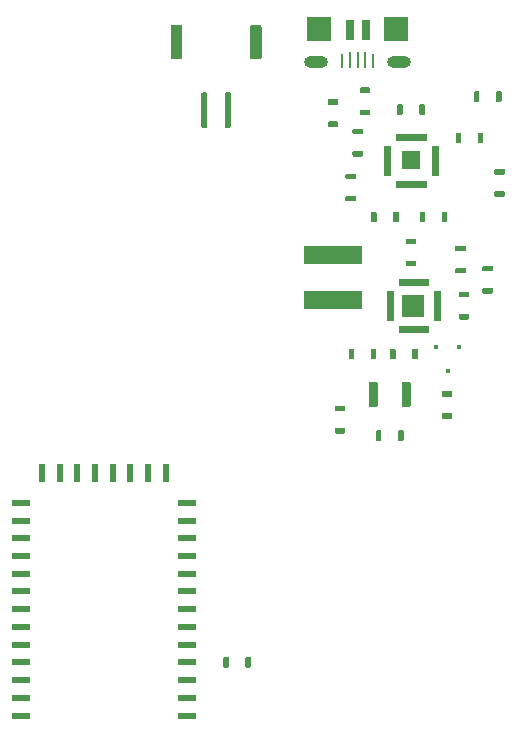
<source format=gbr>
G04 #@! TF.GenerationSoftware,KiCad,Pcbnew,5.1.5-52549c5~86~ubuntu18.04.1*
G04 #@! TF.CreationDate,2020-04-28T10:32:59-07:00*
G04 #@! TF.ProjectId,SHIELD_MIMAS_TFT_BT_POWERSUPPLY,53484945-4c44-45f4-9d49-4d41535f5446,rev?*
G04 #@! TF.SameCoordinates,Original*
G04 #@! TF.FileFunction,Paste,Bot*
G04 #@! TF.FilePolarity,Positive*
%FSLAX46Y46*%
G04 Gerber Fmt 4.6, Leading zero omitted, Abs format (unit mm)*
G04 Created by KiCad (PCBNEW 5.1.5-52549c5~86~ubuntu18.04.1) date 2020-04-28 10:32:59*
%MOMM*%
%LPD*%
G04 APERTURE LIST*
%ADD10C,0.100000*%
%ADD11R,1.900000X1.900000*%
%ADD12R,1.600000X1.600000*%
%ADD13O,2.000000X1.000000*%
%ADD14R,2.000000X2.000000*%
%ADD15R,0.800000X1.700000*%
%ADD16R,0.200000X1.400000*%
%ADD17R,0.200000X1.200000*%
%ADD18R,5.000000X1.650000*%
%ADD19R,1.500000X0.500000*%
%ADD20R,0.500000X1.500000*%
%ADD21R,0.300000X0.400000*%
G04 APERTURE END LIST*
D10*
G36*
X163950000Y-89550000D02*
G01*
X161450000Y-89550000D01*
X161450000Y-90050000D01*
X163950000Y-90050000D01*
X163950000Y-89550000D01*
G37*
X163950000Y-89550000D02*
X161450000Y-89550000D01*
X161450000Y-90050000D01*
X163950000Y-90050000D01*
X163950000Y-89550000D01*
G36*
X164950000Y-90550000D02*
G01*
X164450000Y-90550000D01*
X164450000Y-93050000D01*
X164950000Y-93050000D01*
X164950000Y-90550000D01*
G37*
X164950000Y-90550000D02*
X164450000Y-90550000D01*
X164450000Y-93050000D01*
X164950000Y-93050000D01*
X164950000Y-90550000D01*
G36*
X160950000Y-90550000D02*
G01*
X160450000Y-90550000D01*
X160450000Y-93050000D01*
X160950000Y-93050000D01*
X160950000Y-90550000D01*
G37*
X160950000Y-90550000D02*
X160450000Y-90550000D01*
X160450000Y-93050000D01*
X160950000Y-93050000D01*
X160950000Y-90550000D01*
G36*
X163950000Y-93550000D02*
G01*
X161450000Y-93550000D01*
X161450000Y-94050000D01*
X163950000Y-94050000D01*
X163950000Y-93550000D01*
G37*
X163950000Y-93550000D02*
X161450000Y-93550000D01*
X161450000Y-94050000D01*
X163950000Y-94050000D01*
X163950000Y-93550000D01*
G36*
X161250000Y-81750000D02*
G01*
X163750000Y-81750000D01*
X163750000Y-81250000D01*
X161250000Y-81250000D01*
X161250000Y-81750000D01*
G37*
X161250000Y-81750000D02*
X163750000Y-81750000D01*
X163750000Y-81250000D01*
X161250000Y-81250000D01*
X161250000Y-81750000D01*
G36*
X161250000Y-77750000D02*
G01*
X163750000Y-77750000D01*
X163750000Y-77250000D01*
X161250000Y-77250000D01*
X161250000Y-77750000D01*
G37*
X161250000Y-77750000D02*
X163750000Y-77750000D01*
X163750000Y-77250000D01*
X161250000Y-77250000D01*
X161250000Y-77750000D01*
G36*
X164750000Y-80750000D02*
G01*
X164750000Y-78250000D01*
X164250000Y-78250000D01*
X164250000Y-80750000D01*
X164750000Y-80750000D01*
G37*
X164750000Y-80750000D02*
X164750000Y-78250000D01*
X164250000Y-78250000D01*
X164250000Y-80750000D01*
X164750000Y-80750000D01*
G36*
X160750000Y-80750000D02*
G01*
X160750000Y-78250000D01*
X160250000Y-78250000D01*
X160250000Y-80750000D01*
X160750000Y-80750000D01*
G37*
X160750000Y-80750000D02*
X160750000Y-78250000D01*
X160250000Y-78250000D01*
X160250000Y-80750000D01*
X160750000Y-80750000D01*
D11*
X162700000Y-91800000D03*
D12*
X162500000Y-79500000D03*
D13*
X161500000Y-71200000D03*
X154500000Y-71200000D03*
D14*
X161260000Y-68400000D03*
X154740000Y-68400000D03*
D15*
X157300000Y-68500000D03*
D16*
X158000000Y-71000000D03*
X158650000Y-71000000D03*
D17*
X159300000Y-71100000D03*
X156700000Y-71100000D03*
D16*
X157350000Y-71000000D03*
D15*
X158700000Y-68500000D03*
D18*
X155900000Y-91330000D03*
X155900000Y-87470000D03*
D10*
G36*
X149699669Y-68050803D02*
G01*
X149715848Y-68053202D01*
X149731714Y-68057177D01*
X149747114Y-68062687D01*
X149761899Y-68069680D01*
X149775928Y-68078088D01*
X149789065Y-68087832D01*
X149801184Y-68098816D01*
X149812168Y-68110935D01*
X149821912Y-68124072D01*
X149830320Y-68138101D01*
X149837313Y-68152886D01*
X149842823Y-68168286D01*
X149846798Y-68184152D01*
X149849197Y-68200331D01*
X149850000Y-68216667D01*
X149850000Y-70783333D01*
X149849197Y-70799669D01*
X149846798Y-70815848D01*
X149842823Y-70831714D01*
X149837313Y-70847114D01*
X149830320Y-70861899D01*
X149821912Y-70875928D01*
X149812168Y-70889065D01*
X149801184Y-70901184D01*
X149789065Y-70912168D01*
X149775928Y-70921912D01*
X149761899Y-70930320D01*
X149747114Y-70937313D01*
X149731714Y-70942823D01*
X149715848Y-70946798D01*
X149699669Y-70949197D01*
X149683333Y-70950000D01*
X149016667Y-70950000D01*
X149000331Y-70949197D01*
X148984152Y-70946798D01*
X148968286Y-70942823D01*
X148952886Y-70937313D01*
X148938101Y-70930320D01*
X148924072Y-70921912D01*
X148910935Y-70912168D01*
X148898816Y-70901184D01*
X148887832Y-70889065D01*
X148878088Y-70875928D01*
X148869680Y-70861899D01*
X148862687Y-70847114D01*
X148857177Y-70831714D01*
X148853202Y-70815848D01*
X148850803Y-70799669D01*
X148850000Y-70783333D01*
X148850000Y-68216667D01*
X148850803Y-68200331D01*
X148853202Y-68184152D01*
X148857177Y-68168286D01*
X148862687Y-68152886D01*
X148869680Y-68138101D01*
X148878088Y-68124072D01*
X148887832Y-68110935D01*
X148898816Y-68098816D01*
X148910935Y-68087832D01*
X148924072Y-68078088D01*
X148938101Y-68069680D01*
X148952886Y-68062687D01*
X148968286Y-68057177D01*
X148984152Y-68053202D01*
X149000331Y-68050803D01*
X149016667Y-68050000D01*
X149683333Y-68050000D01*
X149699669Y-68050803D01*
G37*
G36*
X142999669Y-68050803D02*
G01*
X143015848Y-68053202D01*
X143031714Y-68057177D01*
X143047114Y-68062687D01*
X143061899Y-68069680D01*
X143075928Y-68078088D01*
X143089065Y-68087832D01*
X143101184Y-68098816D01*
X143112168Y-68110935D01*
X143121912Y-68124072D01*
X143130320Y-68138101D01*
X143137313Y-68152886D01*
X143142823Y-68168286D01*
X143146798Y-68184152D01*
X143149197Y-68200331D01*
X143150000Y-68216667D01*
X143150000Y-70783333D01*
X143149197Y-70799669D01*
X143146798Y-70815848D01*
X143142823Y-70831714D01*
X143137313Y-70847114D01*
X143130320Y-70861899D01*
X143121912Y-70875928D01*
X143112168Y-70889065D01*
X143101184Y-70901184D01*
X143089065Y-70912168D01*
X143075928Y-70921912D01*
X143061899Y-70930320D01*
X143047114Y-70937313D01*
X143031714Y-70942823D01*
X143015848Y-70946798D01*
X142999669Y-70949197D01*
X142983333Y-70950000D01*
X142316667Y-70950000D01*
X142300331Y-70949197D01*
X142284152Y-70946798D01*
X142268286Y-70942823D01*
X142252886Y-70937313D01*
X142238101Y-70930320D01*
X142224072Y-70921912D01*
X142210935Y-70912168D01*
X142198816Y-70901184D01*
X142187832Y-70889065D01*
X142178088Y-70875928D01*
X142169680Y-70861899D01*
X142162687Y-70847114D01*
X142157177Y-70831714D01*
X142153202Y-70815848D01*
X142150803Y-70799669D01*
X142150000Y-70783333D01*
X142150000Y-68216667D01*
X142150803Y-68200331D01*
X142153202Y-68184152D01*
X142157177Y-68168286D01*
X142162687Y-68152886D01*
X142169680Y-68138101D01*
X142178088Y-68124072D01*
X142187832Y-68110935D01*
X142198816Y-68098816D01*
X142210935Y-68087832D01*
X142224072Y-68078088D01*
X142238101Y-68069680D01*
X142252886Y-68062687D01*
X142268286Y-68057177D01*
X142284152Y-68053202D01*
X142300331Y-68050803D01*
X142316667Y-68050000D01*
X142983333Y-68050000D01*
X142999669Y-68050803D01*
G37*
G36*
X147137252Y-73750602D02*
G01*
X147149386Y-73752402D01*
X147161286Y-73755382D01*
X147172835Y-73759515D01*
X147183925Y-73764760D01*
X147194446Y-73771066D01*
X147204299Y-73778374D01*
X147213388Y-73786612D01*
X147221626Y-73795701D01*
X147228934Y-73805554D01*
X147235240Y-73816075D01*
X147240485Y-73827165D01*
X147244618Y-73838714D01*
X147247598Y-73850614D01*
X147249398Y-73862748D01*
X147250000Y-73875000D01*
X147250000Y-76625000D01*
X147249398Y-76637252D01*
X147247598Y-76649386D01*
X147244618Y-76661286D01*
X147240485Y-76672835D01*
X147235240Y-76683925D01*
X147228934Y-76694446D01*
X147221626Y-76704299D01*
X147213388Y-76713388D01*
X147204299Y-76721626D01*
X147194446Y-76728934D01*
X147183925Y-76735240D01*
X147172835Y-76740485D01*
X147161286Y-76744618D01*
X147149386Y-76747598D01*
X147137252Y-76749398D01*
X147125000Y-76750000D01*
X146875000Y-76750000D01*
X146862748Y-76749398D01*
X146850614Y-76747598D01*
X146838714Y-76744618D01*
X146827165Y-76740485D01*
X146816075Y-76735240D01*
X146805554Y-76728934D01*
X146795701Y-76721626D01*
X146786612Y-76713388D01*
X146778374Y-76704299D01*
X146771066Y-76694446D01*
X146764760Y-76683925D01*
X146759515Y-76672835D01*
X146755382Y-76661286D01*
X146752402Y-76649386D01*
X146750602Y-76637252D01*
X146750000Y-76625000D01*
X146750000Y-73875000D01*
X146750602Y-73862748D01*
X146752402Y-73850614D01*
X146755382Y-73838714D01*
X146759515Y-73827165D01*
X146764760Y-73816075D01*
X146771066Y-73805554D01*
X146778374Y-73795701D01*
X146786612Y-73786612D01*
X146795701Y-73778374D01*
X146805554Y-73771066D01*
X146816075Y-73764760D01*
X146827165Y-73759515D01*
X146838714Y-73755382D01*
X146850614Y-73752402D01*
X146862748Y-73750602D01*
X146875000Y-73750000D01*
X147125000Y-73750000D01*
X147137252Y-73750602D01*
G37*
G36*
X145137252Y-73750602D02*
G01*
X145149386Y-73752402D01*
X145161286Y-73755382D01*
X145172835Y-73759515D01*
X145183925Y-73764760D01*
X145194446Y-73771066D01*
X145204299Y-73778374D01*
X145213388Y-73786612D01*
X145221626Y-73795701D01*
X145228934Y-73805554D01*
X145235240Y-73816075D01*
X145240485Y-73827165D01*
X145244618Y-73838714D01*
X145247598Y-73850614D01*
X145249398Y-73862748D01*
X145250000Y-73875000D01*
X145250000Y-76625000D01*
X145249398Y-76637252D01*
X145247598Y-76649386D01*
X145244618Y-76661286D01*
X145240485Y-76672835D01*
X145235240Y-76683925D01*
X145228934Y-76694446D01*
X145221626Y-76704299D01*
X145213388Y-76713388D01*
X145204299Y-76721626D01*
X145194446Y-76728934D01*
X145183925Y-76735240D01*
X145172835Y-76740485D01*
X145161286Y-76744618D01*
X145149386Y-76747598D01*
X145137252Y-76749398D01*
X145125000Y-76750000D01*
X144875000Y-76750000D01*
X144862748Y-76749398D01*
X144850614Y-76747598D01*
X144838714Y-76744618D01*
X144827165Y-76740485D01*
X144816075Y-76735240D01*
X144805554Y-76728934D01*
X144795701Y-76721626D01*
X144786612Y-76713388D01*
X144778374Y-76704299D01*
X144771066Y-76694446D01*
X144764760Y-76683925D01*
X144759515Y-76672835D01*
X144755382Y-76661286D01*
X144752402Y-76649386D01*
X144750602Y-76637252D01*
X144750000Y-76625000D01*
X144750000Y-73875000D01*
X144750602Y-73862748D01*
X144752402Y-73850614D01*
X144755382Y-73838714D01*
X144759515Y-73827165D01*
X144764760Y-73816075D01*
X144771066Y-73805554D01*
X144778374Y-73795701D01*
X144786612Y-73786612D01*
X144795701Y-73778374D01*
X144805554Y-73771066D01*
X144816075Y-73764760D01*
X144827165Y-73759515D01*
X144838714Y-73755382D01*
X144850614Y-73752402D01*
X144862748Y-73750602D01*
X144875000Y-73750000D01*
X145125000Y-73750000D01*
X145137252Y-73750602D01*
G37*
G36*
X156842890Y-102150572D02*
G01*
X156854417Y-102152282D01*
X156865721Y-102155113D01*
X156876694Y-102159039D01*
X156887228Y-102164022D01*
X156897224Y-102170013D01*
X156906584Y-102176955D01*
X156915219Y-102184781D01*
X156923045Y-102193416D01*
X156929987Y-102202776D01*
X156935978Y-102212772D01*
X156940961Y-102223306D01*
X156944887Y-102234279D01*
X156947718Y-102245583D01*
X156949428Y-102257110D01*
X156950000Y-102268750D01*
X156950000Y-102506250D01*
X156949428Y-102517890D01*
X156947718Y-102529417D01*
X156944887Y-102540721D01*
X156940961Y-102551694D01*
X156935978Y-102562228D01*
X156929987Y-102572224D01*
X156923045Y-102581584D01*
X156915219Y-102590219D01*
X156906584Y-102598045D01*
X156897224Y-102604987D01*
X156887228Y-102610978D01*
X156876694Y-102615961D01*
X156865721Y-102619887D01*
X156854417Y-102622718D01*
X156842890Y-102624428D01*
X156831250Y-102625000D01*
X156168750Y-102625000D01*
X156157110Y-102624428D01*
X156145583Y-102622718D01*
X156134279Y-102619887D01*
X156123306Y-102615961D01*
X156112772Y-102610978D01*
X156102776Y-102604987D01*
X156093416Y-102598045D01*
X156084781Y-102590219D01*
X156076955Y-102581584D01*
X156070013Y-102572224D01*
X156064022Y-102562228D01*
X156059039Y-102551694D01*
X156055113Y-102540721D01*
X156052282Y-102529417D01*
X156050572Y-102517890D01*
X156050000Y-102506250D01*
X156050000Y-102268750D01*
X156050572Y-102257110D01*
X156052282Y-102245583D01*
X156055113Y-102234279D01*
X156059039Y-102223306D01*
X156064022Y-102212772D01*
X156070013Y-102202776D01*
X156076955Y-102193416D01*
X156084781Y-102184781D01*
X156093416Y-102176955D01*
X156102776Y-102170013D01*
X156112772Y-102164022D01*
X156123306Y-102159039D01*
X156134279Y-102155113D01*
X156145583Y-102152282D01*
X156157110Y-102150572D01*
X156168750Y-102150000D01*
X156831250Y-102150000D01*
X156842890Y-102150572D01*
G37*
G36*
X156842890Y-100275572D02*
G01*
X156854417Y-100277282D01*
X156865721Y-100280113D01*
X156876694Y-100284039D01*
X156887228Y-100289022D01*
X156897224Y-100295013D01*
X156906584Y-100301955D01*
X156915219Y-100309781D01*
X156923045Y-100318416D01*
X156929987Y-100327776D01*
X156935978Y-100337772D01*
X156940961Y-100348306D01*
X156944887Y-100359279D01*
X156947718Y-100370583D01*
X156949428Y-100382110D01*
X156950000Y-100393750D01*
X156950000Y-100631250D01*
X156949428Y-100642890D01*
X156947718Y-100654417D01*
X156944887Y-100665721D01*
X156940961Y-100676694D01*
X156935978Y-100687228D01*
X156929987Y-100697224D01*
X156923045Y-100706584D01*
X156915219Y-100715219D01*
X156906584Y-100723045D01*
X156897224Y-100729987D01*
X156887228Y-100735978D01*
X156876694Y-100740961D01*
X156865721Y-100744887D01*
X156854417Y-100747718D01*
X156842890Y-100749428D01*
X156831250Y-100750000D01*
X156168750Y-100750000D01*
X156157110Y-100749428D01*
X156145583Y-100747718D01*
X156134279Y-100744887D01*
X156123306Y-100740961D01*
X156112772Y-100735978D01*
X156102776Y-100729987D01*
X156093416Y-100723045D01*
X156084781Y-100715219D01*
X156076955Y-100706584D01*
X156070013Y-100697224D01*
X156064022Y-100687228D01*
X156059039Y-100676694D01*
X156055113Y-100665721D01*
X156052282Y-100654417D01*
X156050572Y-100642890D01*
X156050000Y-100631250D01*
X156050000Y-100393750D01*
X156050572Y-100382110D01*
X156052282Y-100370583D01*
X156055113Y-100359279D01*
X156059039Y-100348306D01*
X156064022Y-100337772D01*
X156070013Y-100327776D01*
X156076955Y-100318416D01*
X156084781Y-100309781D01*
X156093416Y-100301955D01*
X156102776Y-100295013D01*
X156112772Y-100289022D01*
X156123306Y-100284039D01*
X156134279Y-100280113D01*
X156145583Y-100277282D01*
X156157110Y-100275572D01*
X156168750Y-100275000D01*
X156831250Y-100275000D01*
X156842890Y-100275572D01*
G37*
D19*
X143500000Y-126500000D03*
X143500000Y-125000000D03*
X143500000Y-123500000D03*
X143500000Y-122000000D03*
X143500000Y-120500000D03*
X143500000Y-119000000D03*
X143500000Y-117500000D03*
X143500000Y-116000000D03*
X143500000Y-114500000D03*
X143500000Y-113000000D03*
X143500000Y-111500000D03*
X143500000Y-110000000D03*
X143500000Y-108500000D03*
D20*
X141750000Y-106000000D03*
X140250000Y-106000000D03*
X138750000Y-106000000D03*
X137250000Y-106000000D03*
X135750000Y-106000000D03*
X134250000Y-106000000D03*
X132750000Y-106000000D03*
X131250000Y-106000000D03*
D19*
X129500000Y-108500000D03*
X129500000Y-110000000D03*
X129500000Y-111500000D03*
X129500000Y-113000000D03*
X129500000Y-114500000D03*
X129500000Y-116000000D03*
X129500000Y-117500000D03*
X129500000Y-119000000D03*
X129500000Y-120500000D03*
X129500000Y-122000000D03*
X129500000Y-123500000D03*
X129500000Y-125000000D03*
X129500000Y-126500000D03*
D10*
G36*
X162339703Y-98225722D02*
G01*
X162354264Y-98227882D01*
X162368543Y-98231459D01*
X162382403Y-98236418D01*
X162395710Y-98242712D01*
X162408336Y-98250280D01*
X162420159Y-98259048D01*
X162431066Y-98268934D01*
X162440952Y-98279841D01*
X162449720Y-98291664D01*
X162457288Y-98304290D01*
X162463582Y-98317597D01*
X162468541Y-98331457D01*
X162472118Y-98345736D01*
X162474278Y-98360297D01*
X162475000Y-98375000D01*
X162475000Y-100225000D01*
X162474278Y-100239703D01*
X162472118Y-100254264D01*
X162468541Y-100268543D01*
X162463582Y-100282403D01*
X162457288Y-100295710D01*
X162449720Y-100308336D01*
X162440952Y-100320159D01*
X162431066Y-100331066D01*
X162420159Y-100340952D01*
X162408336Y-100349720D01*
X162395710Y-100357288D01*
X162382403Y-100363582D01*
X162368543Y-100368541D01*
X162354264Y-100372118D01*
X162339703Y-100374278D01*
X162325000Y-100375000D01*
X161875000Y-100375000D01*
X161860297Y-100374278D01*
X161845736Y-100372118D01*
X161831457Y-100368541D01*
X161817597Y-100363582D01*
X161804290Y-100357288D01*
X161791664Y-100349720D01*
X161779841Y-100340952D01*
X161768934Y-100331066D01*
X161759048Y-100320159D01*
X161750280Y-100308336D01*
X161742712Y-100295710D01*
X161736418Y-100282403D01*
X161731459Y-100268543D01*
X161727882Y-100254264D01*
X161725722Y-100239703D01*
X161725000Y-100225000D01*
X161725000Y-98375000D01*
X161725722Y-98360297D01*
X161727882Y-98345736D01*
X161731459Y-98331457D01*
X161736418Y-98317597D01*
X161742712Y-98304290D01*
X161750280Y-98291664D01*
X161759048Y-98279841D01*
X161768934Y-98268934D01*
X161779841Y-98259048D01*
X161791664Y-98250280D01*
X161804290Y-98242712D01*
X161817597Y-98236418D01*
X161831457Y-98231459D01*
X161845736Y-98227882D01*
X161860297Y-98225722D01*
X161875000Y-98225000D01*
X162325000Y-98225000D01*
X162339703Y-98225722D01*
G37*
G36*
X159539703Y-98225722D02*
G01*
X159554264Y-98227882D01*
X159568543Y-98231459D01*
X159582403Y-98236418D01*
X159595710Y-98242712D01*
X159608336Y-98250280D01*
X159620159Y-98259048D01*
X159631066Y-98268934D01*
X159640952Y-98279841D01*
X159649720Y-98291664D01*
X159657288Y-98304290D01*
X159663582Y-98317597D01*
X159668541Y-98331457D01*
X159672118Y-98345736D01*
X159674278Y-98360297D01*
X159675000Y-98375000D01*
X159675000Y-100225000D01*
X159674278Y-100239703D01*
X159672118Y-100254264D01*
X159668541Y-100268543D01*
X159663582Y-100282403D01*
X159657288Y-100295710D01*
X159649720Y-100308336D01*
X159640952Y-100320159D01*
X159631066Y-100331066D01*
X159620159Y-100340952D01*
X159608336Y-100349720D01*
X159595710Y-100357288D01*
X159582403Y-100363582D01*
X159568543Y-100368541D01*
X159554264Y-100372118D01*
X159539703Y-100374278D01*
X159525000Y-100375000D01*
X159075000Y-100375000D01*
X159060297Y-100374278D01*
X159045736Y-100372118D01*
X159031457Y-100368541D01*
X159017597Y-100363582D01*
X159004290Y-100357288D01*
X158991664Y-100349720D01*
X158979841Y-100340952D01*
X158968934Y-100331066D01*
X158959048Y-100320159D01*
X158950280Y-100308336D01*
X158942712Y-100295710D01*
X158936418Y-100282403D01*
X158931459Y-100268543D01*
X158927882Y-100254264D01*
X158925722Y-100239703D01*
X158925000Y-100225000D01*
X158925000Y-98375000D01*
X158925722Y-98360297D01*
X158927882Y-98345736D01*
X158931459Y-98331457D01*
X158936418Y-98317597D01*
X158942712Y-98304290D01*
X158950280Y-98291664D01*
X158959048Y-98279841D01*
X158968934Y-98268934D01*
X158979841Y-98259048D01*
X158991664Y-98250280D01*
X159004290Y-98242712D01*
X159017597Y-98236418D01*
X159031457Y-98231459D01*
X159045736Y-98227882D01*
X159060297Y-98225722D01*
X159075000Y-98225000D01*
X159525000Y-98225000D01*
X159539703Y-98225722D01*
G37*
G36*
X146980390Y-121550572D02*
G01*
X146991917Y-121552282D01*
X147003221Y-121555113D01*
X147014194Y-121559039D01*
X147024728Y-121564022D01*
X147034724Y-121570013D01*
X147044084Y-121576955D01*
X147052719Y-121584781D01*
X147060545Y-121593416D01*
X147067487Y-121602776D01*
X147073478Y-121612772D01*
X147078461Y-121623306D01*
X147082387Y-121634279D01*
X147085218Y-121645583D01*
X147086928Y-121657110D01*
X147087500Y-121668750D01*
X147087500Y-122331250D01*
X147086928Y-122342890D01*
X147085218Y-122354417D01*
X147082387Y-122365721D01*
X147078461Y-122376694D01*
X147073478Y-122387228D01*
X147067487Y-122397224D01*
X147060545Y-122406584D01*
X147052719Y-122415219D01*
X147044084Y-122423045D01*
X147034724Y-122429987D01*
X147024728Y-122435978D01*
X147014194Y-122440961D01*
X147003221Y-122444887D01*
X146991917Y-122447718D01*
X146980390Y-122449428D01*
X146968750Y-122450000D01*
X146731250Y-122450000D01*
X146719610Y-122449428D01*
X146708083Y-122447718D01*
X146696779Y-122444887D01*
X146685806Y-122440961D01*
X146675272Y-122435978D01*
X146665276Y-122429987D01*
X146655916Y-122423045D01*
X146647281Y-122415219D01*
X146639455Y-122406584D01*
X146632513Y-122397224D01*
X146626522Y-122387228D01*
X146621539Y-122376694D01*
X146617613Y-122365721D01*
X146614782Y-122354417D01*
X146613072Y-122342890D01*
X146612500Y-122331250D01*
X146612500Y-121668750D01*
X146613072Y-121657110D01*
X146614782Y-121645583D01*
X146617613Y-121634279D01*
X146621539Y-121623306D01*
X146626522Y-121612772D01*
X146632513Y-121602776D01*
X146639455Y-121593416D01*
X146647281Y-121584781D01*
X146655916Y-121576955D01*
X146665276Y-121570013D01*
X146675272Y-121564022D01*
X146685806Y-121559039D01*
X146696779Y-121555113D01*
X146708083Y-121552282D01*
X146719610Y-121550572D01*
X146731250Y-121550000D01*
X146968750Y-121550000D01*
X146980390Y-121550572D01*
G37*
G36*
X148855390Y-121550572D02*
G01*
X148866917Y-121552282D01*
X148878221Y-121555113D01*
X148889194Y-121559039D01*
X148899728Y-121564022D01*
X148909724Y-121570013D01*
X148919084Y-121576955D01*
X148927719Y-121584781D01*
X148935545Y-121593416D01*
X148942487Y-121602776D01*
X148948478Y-121612772D01*
X148953461Y-121623306D01*
X148957387Y-121634279D01*
X148960218Y-121645583D01*
X148961928Y-121657110D01*
X148962500Y-121668750D01*
X148962500Y-122331250D01*
X148961928Y-122342890D01*
X148960218Y-122354417D01*
X148957387Y-122365721D01*
X148953461Y-122376694D01*
X148948478Y-122387228D01*
X148942487Y-122397224D01*
X148935545Y-122406584D01*
X148927719Y-122415219D01*
X148919084Y-122423045D01*
X148909724Y-122429987D01*
X148899728Y-122435978D01*
X148889194Y-122440961D01*
X148878221Y-122444887D01*
X148866917Y-122447718D01*
X148855390Y-122449428D01*
X148843750Y-122450000D01*
X148606250Y-122450000D01*
X148594610Y-122449428D01*
X148583083Y-122447718D01*
X148571779Y-122444887D01*
X148560806Y-122440961D01*
X148550272Y-122435978D01*
X148540276Y-122429987D01*
X148530916Y-122423045D01*
X148522281Y-122415219D01*
X148514455Y-122406584D01*
X148507513Y-122397224D01*
X148501522Y-122387228D01*
X148496539Y-122376694D01*
X148492613Y-122365721D01*
X148489782Y-122354417D01*
X148488072Y-122342890D01*
X148487500Y-122331250D01*
X148487500Y-121668750D01*
X148488072Y-121657110D01*
X148489782Y-121645583D01*
X148492613Y-121634279D01*
X148496539Y-121623306D01*
X148501522Y-121612772D01*
X148507513Y-121602776D01*
X148514455Y-121593416D01*
X148522281Y-121584781D01*
X148530916Y-121576955D01*
X148540276Y-121570013D01*
X148550272Y-121564022D01*
X148560806Y-121559039D01*
X148571779Y-121555113D01*
X148583083Y-121552282D01*
X148594610Y-121550572D01*
X148606250Y-121550000D01*
X148843750Y-121550000D01*
X148855390Y-121550572D01*
G37*
D21*
X165600000Y-97300000D03*
X166550000Y-95300000D03*
X164650000Y-95300000D03*
D10*
G36*
X163567890Y-74750572D02*
G01*
X163579417Y-74752282D01*
X163590721Y-74755113D01*
X163601694Y-74759039D01*
X163612228Y-74764022D01*
X163622224Y-74770013D01*
X163631584Y-74776955D01*
X163640219Y-74784781D01*
X163648045Y-74793416D01*
X163654987Y-74802776D01*
X163660978Y-74812772D01*
X163665961Y-74823306D01*
X163669887Y-74834279D01*
X163672718Y-74845583D01*
X163674428Y-74857110D01*
X163675000Y-74868750D01*
X163675000Y-75531250D01*
X163674428Y-75542890D01*
X163672718Y-75554417D01*
X163669887Y-75565721D01*
X163665961Y-75576694D01*
X163660978Y-75587228D01*
X163654987Y-75597224D01*
X163648045Y-75606584D01*
X163640219Y-75615219D01*
X163631584Y-75623045D01*
X163622224Y-75629987D01*
X163612228Y-75635978D01*
X163601694Y-75640961D01*
X163590721Y-75644887D01*
X163579417Y-75647718D01*
X163567890Y-75649428D01*
X163556250Y-75650000D01*
X163318750Y-75650000D01*
X163307110Y-75649428D01*
X163295583Y-75647718D01*
X163284279Y-75644887D01*
X163273306Y-75640961D01*
X163262772Y-75635978D01*
X163252776Y-75629987D01*
X163243416Y-75623045D01*
X163234781Y-75615219D01*
X163226955Y-75606584D01*
X163220013Y-75597224D01*
X163214022Y-75587228D01*
X163209039Y-75576694D01*
X163205113Y-75565721D01*
X163202282Y-75554417D01*
X163200572Y-75542890D01*
X163200000Y-75531250D01*
X163200000Y-74868750D01*
X163200572Y-74857110D01*
X163202282Y-74845583D01*
X163205113Y-74834279D01*
X163209039Y-74823306D01*
X163214022Y-74812772D01*
X163220013Y-74802776D01*
X163226955Y-74793416D01*
X163234781Y-74784781D01*
X163243416Y-74776955D01*
X163252776Y-74770013D01*
X163262772Y-74764022D01*
X163273306Y-74759039D01*
X163284279Y-74755113D01*
X163295583Y-74752282D01*
X163307110Y-74750572D01*
X163318750Y-74750000D01*
X163556250Y-74750000D01*
X163567890Y-74750572D01*
G37*
G36*
X161692890Y-74750572D02*
G01*
X161704417Y-74752282D01*
X161715721Y-74755113D01*
X161726694Y-74759039D01*
X161737228Y-74764022D01*
X161747224Y-74770013D01*
X161756584Y-74776955D01*
X161765219Y-74784781D01*
X161773045Y-74793416D01*
X161779987Y-74802776D01*
X161785978Y-74812772D01*
X161790961Y-74823306D01*
X161794887Y-74834279D01*
X161797718Y-74845583D01*
X161799428Y-74857110D01*
X161800000Y-74868750D01*
X161800000Y-75531250D01*
X161799428Y-75542890D01*
X161797718Y-75554417D01*
X161794887Y-75565721D01*
X161790961Y-75576694D01*
X161785978Y-75587228D01*
X161779987Y-75597224D01*
X161773045Y-75606584D01*
X161765219Y-75615219D01*
X161756584Y-75623045D01*
X161747224Y-75629987D01*
X161737228Y-75635978D01*
X161726694Y-75640961D01*
X161715721Y-75644887D01*
X161704417Y-75647718D01*
X161692890Y-75649428D01*
X161681250Y-75650000D01*
X161443750Y-75650000D01*
X161432110Y-75649428D01*
X161420583Y-75647718D01*
X161409279Y-75644887D01*
X161398306Y-75640961D01*
X161387772Y-75635978D01*
X161377776Y-75629987D01*
X161368416Y-75623045D01*
X161359781Y-75615219D01*
X161351955Y-75606584D01*
X161345013Y-75597224D01*
X161339022Y-75587228D01*
X161334039Y-75576694D01*
X161330113Y-75565721D01*
X161327282Y-75554417D01*
X161325572Y-75542890D01*
X161325000Y-75531250D01*
X161325000Y-74868750D01*
X161325572Y-74857110D01*
X161327282Y-74845583D01*
X161330113Y-74834279D01*
X161334039Y-74823306D01*
X161339022Y-74812772D01*
X161345013Y-74802776D01*
X161351955Y-74793416D01*
X161359781Y-74784781D01*
X161368416Y-74776955D01*
X161377776Y-74770013D01*
X161387772Y-74764022D01*
X161398306Y-74759039D01*
X161409279Y-74755113D01*
X161420583Y-74752282D01*
X161432110Y-74750572D01*
X161443750Y-74750000D01*
X161681250Y-74750000D01*
X161692890Y-74750572D01*
G37*
G36*
X157742890Y-82500572D02*
G01*
X157754417Y-82502282D01*
X157765721Y-82505113D01*
X157776694Y-82509039D01*
X157787228Y-82514022D01*
X157797224Y-82520013D01*
X157806584Y-82526955D01*
X157815219Y-82534781D01*
X157823045Y-82543416D01*
X157829987Y-82552776D01*
X157835978Y-82562772D01*
X157840961Y-82573306D01*
X157844887Y-82584279D01*
X157847718Y-82595583D01*
X157849428Y-82607110D01*
X157850000Y-82618750D01*
X157850000Y-82856250D01*
X157849428Y-82867890D01*
X157847718Y-82879417D01*
X157844887Y-82890721D01*
X157840961Y-82901694D01*
X157835978Y-82912228D01*
X157829987Y-82922224D01*
X157823045Y-82931584D01*
X157815219Y-82940219D01*
X157806584Y-82948045D01*
X157797224Y-82954987D01*
X157787228Y-82960978D01*
X157776694Y-82965961D01*
X157765721Y-82969887D01*
X157754417Y-82972718D01*
X157742890Y-82974428D01*
X157731250Y-82975000D01*
X157068750Y-82975000D01*
X157057110Y-82974428D01*
X157045583Y-82972718D01*
X157034279Y-82969887D01*
X157023306Y-82965961D01*
X157012772Y-82960978D01*
X157002776Y-82954987D01*
X156993416Y-82948045D01*
X156984781Y-82940219D01*
X156976955Y-82931584D01*
X156970013Y-82922224D01*
X156964022Y-82912228D01*
X156959039Y-82901694D01*
X156955113Y-82890721D01*
X156952282Y-82879417D01*
X156950572Y-82867890D01*
X156950000Y-82856250D01*
X156950000Y-82618750D01*
X156950572Y-82607110D01*
X156952282Y-82595583D01*
X156955113Y-82584279D01*
X156959039Y-82573306D01*
X156964022Y-82562772D01*
X156970013Y-82552776D01*
X156976955Y-82543416D01*
X156984781Y-82534781D01*
X156993416Y-82526955D01*
X157002776Y-82520013D01*
X157012772Y-82514022D01*
X157023306Y-82509039D01*
X157034279Y-82505113D01*
X157045583Y-82502282D01*
X157057110Y-82500572D01*
X157068750Y-82500000D01*
X157731250Y-82500000D01*
X157742890Y-82500572D01*
G37*
G36*
X157742890Y-80625572D02*
G01*
X157754417Y-80627282D01*
X157765721Y-80630113D01*
X157776694Y-80634039D01*
X157787228Y-80639022D01*
X157797224Y-80645013D01*
X157806584Y-80651955D01*
X157815219Y-80659781D01*
X157823045Y-80668416D01*
X157829987Y-80677776D01*
X157835978Y-80687772D01*
X157840961Y-80698306D01*
X157844887Y-80709279D01*
X157847718Y-80720583D01*
X157849428Y-80732110D01*
X157850000Y-80743750D01*
X157850000Y-80981250D01*
X157849428Y-80992890D01*
X157847718Y-81004417D01*
X157844887Y-81015721D01*
X157840961Y-81026694D01*
X157835978Y-81037228D01*
X157829987Y-81047224D01*
X157823045Y-81056584D01*
X157815219Y-81065219D01*
X157806584Y-81073045D01*
X157797224Y-81079987D01*
X157787228Y-81085978D01*
X157776694Y-81090961D01*
X157765721Y-81094887D01*
X157754417Y-81097718D01*
X157742890Y-81099428D01*
X157731250Y-81100000D01*
X157068750Y-81100000D01*
X157057110Y-81099428D01*
X157045583Y-81097718D01*
X157034279Y-81094887D01*
X157023306Y-81090961D01*
X157012772Y-81085978D01*
X157002776Y-81079987D01*
X156993416Y-81073045D01*
X156984781Y-81065219D01*
X156976955Y-81056584D01*
X156970013Y-81047224D01*
X156964022Y-81037228D01*
X156959039Y-81026694D01*
X156955113Y-81015721D01*
X156952282Y-81004417D01*
X156950572Y-80992890D01*
X156950000Y-80981250D01*
X156950000Y-80743750D01*
X156950572Y-80732110D01*
X156952282Y-80720583D01*
X156955113Y-80709279D01*
X156959039Y-80698306D01*
X156964022Y-80687772D01*
X156970013Y-80677776D01*
X156976955Y-80668416D01*
X156984781Y-80659781D01*
X156993416Y-80651955D01*
X157002776Y-80645013D01*
X157012772Y-80639022D01*
X157023306Y-80634039D01*
X157034279Y-80630113D01*
X157045583Y-80627282D01*
X157057110Y-80625572D01*
X157068750Y-80625000D01*
X157731250Y-80625000D01*
X157742890Y-80625572D01*
G37*
G36*
X162842890Y-88000572D02*
G01*
X162854417Y-88002282D01*
X162865721Y-88005113D01*
X162876694Y-88009039D01*
X162887228Y-88014022D01*
X162897224Y-88020013D01*
X162906584Y-88026955D01*
X162915219Y-88034781D01*
X162923045Y-88043416D01*
X162929987Y-88052776D01*
X162935978Y-88062772D01*
X162940961Y-88073306D01*
X162944887Y-88084279D01*
X162947718Y-88095583D01*
X162949428Y-88107110D01*
X162950000Y-88118750D01*
X162950000Y-88356250D01*
X162949428Y-88367890D01*
X162947718Y-88379417D01*
X162944887Y-88390721D01*
X162940961Y-88401694D01*
X162935978Y-88412228D01*
X162929987Y-88422224D01*
X162923045Y-88431584D01*
X162915219Y-88440219D01*
X162906584Y-88448045D01*
X162897224Y-88454987D01*
X162887228Y-88460978D01*
X162876694Y-88465961D01*
X162865721Y-88469887D01*
X162854417Y-88472718D01*
X162842890Y-88474428D01*
X162831250Y-88475000D01*
X162168750Y-88475000D01*
X162157110Y-88474428D01*
X162145583Y-88472718D01*
X162134279Y-88469887D01*
X162123306Y-88465961D01*
X162112772Y-88460978D01*
X162102776Y-88454987D01*
X162093416Y-88448045D01*
X162084781Y-88440219D01*
X162076955Y-88431584D01*
X162070013Y-88422224D01*
X162064022Y-88412228D01*
X162059039Y-88401694D01*
X162055113Y-88390721D01*
X162052282Y-88379417D01*
X162050572Y-88367890D01*
X162050000Y-88356250D01*
X162050000Y-88118750D01*
X162050572Y-88107110D01*
X162052282Y-88095583D01*
X162055113Y-88084279D01*
X162059039Y-88073306D01*
X162064022Y-88062772D01*
X162070013Y-88052776D01*
X162076955Y-88043416D01*
X162084781Y-88034781D01*
X162093416Y-88026955D01*
X162102776Y-88020013D01*
X162112772Y-88014022D01*
X162123306Y-88009039D01*
X162134279Y-88005113D01*
X162145583Y-88002282D01*
X162157110Y-88000572D01*
X162168750Y-88000000D01*
X162831250Y-88000000D01*
X162842890Y-88000572D01*
G37*
G36*
X162842890Y-86125572D02*
G01*
X162854417Y-86127282D01*
X162865721Y-86130113D01*
X162876694Y-86134039D01*
X162887228Y-86139022D01*
X162897224Y-86145013D01*
X162906584Y-86151955D01*
X162915219Y-86159781D01*
X162923045Y-86168416D01*
X162929987Y-86177776D01*
X162935978Y-86187772D01*
X162940961Y-86198306D01*
X162944887Y-86209279D01*
X162947718Y-86220583D01*
X162949428Y-86232110D01*
X162950000Y-86243750D01*
X162950000Y-86481250D01*
X162949428Y-86492890D01*
X162947718Y-86504417D01*
X162944887Y-86515721D01*
X162940961Y-86526694D01*
X162935978Y-86537228D01*
X162929987Y-86547224D01*
X162923045Y-86556584D01*
X162915219Y-86565219D01*
X162906584Y-86573045D01*
X162897224Y-86579987D01*
X162887228Y-86585978D01*
X162876694Y-86590961D01*
X162865721Y-86594887D01*
X162854417Y-86597718D01*
X162842890Y-86599428D01*
X162831250Y-86600000D01*
X162168750Y-86600000D01*
X162157110Y-86599428D01*
X162145583Y-86597718D01*
X162134279Y-86594887D01*
X162123306Y-86590961D01*
X162112772Y-86585978D01*
X162102776Y-86579987D01*
X162093416Y-86573045D01*
X162084781Y-86565219D01*
X162076955Y-86556584D01*
X162070013Y-86547224D01*
X162064022Y-86537228D01*
X162059039Y-86526694D01*
X162055113Y-86515721D01*
X162052282Y-86504417D01*
X162050572Y-86492890D01*
X162050000Y-86481250D01*
X162050000Y-86243750D01*
X162050572Y-86232110D01*
X162052282Y-86220583D01*
X162055113Y-86209279D01*
X162059039Y-86198306D01*
X162064022Y-86187772D01*
X162070013Y-86177776D01*
X162076955Y-86168416D01*
X162084781Y-86159781D01*
X162093416Y-86151955D01*
X162102776Y-86145013D01*
X162112772Y-86139022D01*
X162123306Y-86134039D01*
X162134279Y-86130113D01*
X162145583Y-86127282D01*
X162157110Y-86125572D01*
X162168750Y-86125000D01*
X162831250Y-86125000D01*
X162842890Y-86125572D01*
G37*
G36*
X161767890Y-102350572D02*
G01*
X161779417Y-102352282D01*
X161790721Y-102355113D01*
X161801694Y-102359039D01*
X161812228Y-102364022D01*
X161822224Y-102370013D01*
X161831584Y-102376955D01*
X161840219Y-102384781D01*
X161848045Y-102393416D01*
X161854987Y-102402776D01*
X161860978Y-102412772D01*
X161865961Y-102423306D01*
X161869887Y-102434279D01*
X161872718Y-102445583D01*
X161874428Y-102457110D01*
X161875000Y-102468750D01*
X161875000Y-103131250D01*
X161874428Y-103142890D01*
X161872718Y-103154417D01*
X161869887Y-103165721D01*
X161865961Y-103176694D01*
X161860978Y-103187228D01*
X161854987Y-103197224D01*
X161848045Y-103206584D01*
X161840219Y-103215219D01*
X161831584Y-103223045D01*
X161822224Y-103229987D01*
X161812228Y-103235978D01*
X161801694Y-103240961D01*
X161790721Y-103244887D01*
X161779417Y-103247718D01*
X161767890Y-103249428D01*
X161756250Y-103250000D01*
X161518750Y-103250000D01*
X161507110Y-103249428D01*
X161495583Y-103247718D01*
X161484279Y-103244887D01*
X161473306Y-103240961D01*
X161462772Y-103235978D01*
X161452776Y-103229987D01*
X161443416Y-103223045D01*
X161434781Y-103215219D01*
X161426955Y-103206584D01*
X161420013Y-103197224D01*
X161414022Y-103187228D01*
X161409039Y-103176694D01*
X161405113Y-103165721D01*
X161402282Y-103154417D01*
X161400572Y-103142890D01*
X161400000Y-103131250D01*
X161400000Y-102468750D01*
X161400572Y-102457110D01*
X161402282Y-102445583D01*
X161405113Y-102434279D01*
X161409039Y-102423306D01*
X161414022Y-102412772D01*
X161420013Y-102402776D01*
X161426955Y-102393416D01*
X161434781Y-102384781D01*
X161443416Y-102376955D01*
X161452776Y-102370013D01*
X161462772Y-102364022D01*
X161473306Y-102359039D01*
X161484279Y-102355113D01*
X161495583Y-102352282D01*
X161507110Y-102350572D01*
X161518750Y-102350000D01*
X161756250Y-102350000D01*
X161767890Y-102350572D01*
G37*
G36*
X159892890Y-102350572D02*
G01*
X159904417Y-102352282D01*
X159915721Y-102355113D01*
X159926694Y-102359039D01*
X159937228Y-102364022D01*
X159947224Y-102370013D01*
X159956584Y-102376955D01*
X159965219Y-102384781D01*
X159973045Y-102393416D01*
X159979987Y-102402776D01*
X159985978Y-102412772D01*
X159990961Y-102423306D01*
X159994887Y-102434279D01*
X159997718Y-102445583D01*
X159999428Y-102457110D01*
X160000000Y-102468750D01*
X160000000Y-103131250D01*
X159999428Y-103142890D01*
X159997718Y-103154417D01*
X159994887Y-103165721D01*
X159990961Y-103176694D01*
X159985978Y-103187228D01*
X159979987Y-103197224D01*
X159973045Y-103206584D01*
X159965219Y-103215219D01*
X159956584Y-103223045D01*
X159947224Y-103229987D01*
X159937228Y-103235978D01*
X159926694Y-103240961D01*
X159915721Y-103244887D01*
X159904417Y-103247718D01*
X159892890Y-103249428D01*
X159881250Y-103250000D01*
X159643750Y-103250000D01*
X159632110Y-103249428D01*
X159620583Y-103247718D01*
X159609279Y-103244887D01*
X159598306Y-103240961D01*
X159587772Y-103235978D01*
X159577776Y-103229987D01*
X159568416Y-103223045D01*
X159559781Y-103215219D01*
X159551955Y-103206584D01*
X159545013Y-103197224D01*
X159539022Y-103187228D01*
X159534039Y-103176694D01*
X159530113Y-103165721D01*
X159527282Y-103154417D01*
X159525572Y-103142890D01*
X159525000Y-103131250D01*
X159525000Y-102468750D01*
X159525572Y-102457110D01*
X159527282Y-102445583D01*
X159530113Y-102434279D01*
X159534039Y-102423306D01*
X159539022Y-102412772D01*
X159545013Y-102402776D01*
X159551955Y-102393416D01*
X159559781Y-102384781D01*
X159568416Y-102376955D01*
X159577776Y-102370013D01*
X159587772Y-102364022D01*
X159598306Y-102359039D01*
X159609279Y-102355113D01*
X159620583Y-102352282D01*
X159632110Y-102350572D01*
X159643750Y-102350000D01*
X159881250Y-102350000D01*
X159892890Y-102350572D01*
G37*
G36*
X156242890Y-74325572D02*
G01*
X156254417Y-74327282D01*
X156265721Y-74330113D01*
X156276694Y-74334039D01*
X156287228Y-74339022D01*
X156297224Y-74345013D01*
X156306584Y-74351955D01*
X156315219Y-74359781D01*
X156323045Y-74368416D01*
X156329987Y-74377776D01*
X156335978Y-74387772D01*
X156340961Y-74398306D01*
X156344887Y-74409279D01*
X156347718Y-74420583D01*
X156349428Y-74432110D01*
X156350000Y-74443750D01*
X156350000Y-74681250D01*
X156349428Y-74692890D01*
X156347718Y-74704417D01*
X156344887Y-74715721D01*
X156340961Y-74726694D01*
X156335978Y-74737228D01*
X156329987Y-74747224D01*
X156323045Y-74756584D01*
X156315219Y-74765219D01*
X156306584Y-74773045D01*
X156297224Y-74779987D01*
X156287228Y-74785978D01*
X156276694Y-74790961D01*
X156265721Y-74794887D01*
X156254417Y-74797718D01*
X156242890Y-74799428D01*
X156231250Y-74800000D01*
X155568750Y-74800000D01*
X155557110Y-74799428D01*
X155545583Y-74797718D01*
X155534279Y-74794887D01*
X155523306Y-74790961D01*
X155512772Y-74785978D01*
X155502776Y-74779987D01*
X155493416Y-74773045D01*
X155484781Y-74765219D01*
X155476955Y-74756584D01*
X155470013Y-74747224D01*
X155464022Y-74737228D01*
X155459039Y-74726694D01*
X155455113Y-74715721D01*
X155452282Y-74704417D01*
X155450572Y-74692890D01*
X155450000Y-74681250D01*
X155450000Y-74443750D01*
X155450572Y-74432110D01*
X155452282Y-74420583D01*
X155455113Y-74409279D01*
X155459039Y-74398306D01*
X155464022Y-74387772D01*
X155470013Y-74377776D01*
X155476955Y-74368416D01*
X155484781Y-74359781D01*
X155493416Y-74351955D01*
X155502776Y-74345013D01*
X155512772Y-74339022D01*
X155523306Y-74334039D01*
X155534279Y-74330113D01*
X155545583Y-74327282D01*
X155557110Y-74325572D01*
X155568750Y-74325000D01*
X156231250Y-74325000D01*
X156242890Y-74325572D01*
G37*
G36*
X156242890Y-76200572D02*
G01*
X156254417Y-76202282D01*
X156265721Y-76205113D01*
X156276694Y-76209039D01*
X156287228Y-76214022D01*
X156297224Y-76220013D01*
X156306584Y-76226955D01*
X156315219Y-76234781D01*
X156323045Y-76243416D01*
X156329987Y-76252776D01*
X156335978Y-76262772D01*
X156340961Y-76273306D01*
X156344887Y-76284279D01*
X156347718Y-76295583D01*
X156349428Y-76307110D01*
X156350000Y-76318750D01*
X156350000Y-76556250D01*
X156349428Y-76567890D01*
X156347718Y-76579417D01*
X156344887Y-76590721D01*
X156340961Y-76601694D01*
X156335978Y-76612228D01*
X156329987Y-76622224D01*
X156323045Y-76631584D01*
X156315219Y-76640219D01*
X156306584Y-76648045D01*
X156297224Y-76654987D01*
X156287228Y-76660978D01*
X156276694Y-76665961D01*
X156265721Y-76669887D01*
X156254417Y-76672718D01*
X156242890Y-76674428D01*
X156231250Y-76675000D01*
X155568750Y-76675000D01*
X155557110Y-76674428D01*
X155545583Y-76672718D01*
X155534279Y-76669887D01*
X155523306Y-76665961D01*
X155512772Y-76660978D01*
X155502776Y-76654987D01*
X155493416Y-76648045D01*
X155484781Y-76640219D01*
X155476955Y-76631584D01*
X155470013Y-76622224D01*
X155464022Y-76612228D01*
X155459039Y-76601694D01*
X155455113Y-76590721D01*
X155452282Y-76579417D01*
X155450572Y-76567890D01*
X155450000Y-76556250D01*
X155450000Y-76318750D01*
X155450572Y-76307110D01*
X155452282Y-76295583D01*
X155455113Y-76284279D01*
X155459039Y-76273306D01*
X155464022Y-76262772D01*
X155470013Y-76252776D01*
X155476955Y-76243416D01*
X155484781Y-76234781D01*
X155493416Y-76226955D01*
X155502776Y-76220013D01*
X155512772Y-76214022D01*
X155523306Y-76209039D01*
X155534279Y-76205113D01*
X155545583Y-76202282D01*
X155557110Y-76200572D01*
X155568750Y-76200000D01*
X156231250Y-76200000D01*
X156242890Y-76200572D01*
G37*
G36*
X166655390Y-77150572D02*
G01*
X166666917Y-77152282D01*
X166678221Y-77155113D01*
X166689194Y-77159039D01*
X166699728Y-77164022D01*
X166709724Y-77170013D01*
X166719084Y-77176955D01*
X166727719Y-77184781D01*
X166735545Y-77193416D01*
X166742487Y-77202776D01*
X166748478Y-77212772D01*
X166753461Y-77223306D01*
X166757387Y-77234279D01*
X166760218Y-77245583D01*
X166761928Y-77257110D01*
X166762500Y-77268750D01*
X166762500Y-77931250D01*
X166761928Y-77942890D01*
X166760218Y-77954417D01*
X166757387Y-77965721D01*
X166753461Y-77976694D01*
X166748478Y-77987228D01*
X166742487Y-77997224D01*
X166735545Y-78006584D01*
X166727719Y-78015219D01*
X166719084Y-78023045D01*
X166709724Y-78029987D01*
X166699728Y-78035978D01*
X166689194Y-78040961D01*
X166678221Y-78044887D01*
X166666917Y-78047718D01*
X166655390Y-78049428D01*
X166643750Y-78050000D01*
X166406250Y-78050000D01*
X166394610Y-78049428D01*
X166383083Y-78047718D01*
X166371779Y-78044887D01*
X166360806Y-78040961D01*
X166350272Y-78035978D01*
X166340276Y-78029987D01*
X166330916Y-78023045D01*
X166322281Y-78015219D01*
X166314455Y-78006584D01*
X166307513Y-77997224D01*
X166301522Y-77987228D01*
X166296539Y-77976694D01*
X166292613Y-77965721D01*
X166289782Y-77954417D01*
X166288072Y-77942890D01*
X166287500Y-77931250D01*
X166287500Y-77268750D01*
X166288072Y-77257110D01*
X166289782Y-77245583D01*
X166292613Y-77234279D01*
X166296539Y-77223306D01*
X166301522Y-77212772D01*
X166307513Y-77202776D01*
X166314455Y-77193416D01*
X166322281Y-77184781D01*
X166330916Y-77176955D01*
X166340276Y-77170013D01*
X166350272Y-77164022D01*
X166360806Y-77159039D01*
X166371779Y-77155113D01*
X166383083Y-77152282D01*
X166394610Y-77150572D01*
X166406250Y-77150000D01*
X166643750Y-77150000D01*
X166655390Y-77150572D01*
G37*
G36*
X168530390Y-77150572D02*
G01*
X168541917Y-77152282D01*
X168553221Y-77155113D01*
X168564194Y-77159039D01*
X168574728Y-77164022D01*
X168584724Y-77170013D01*
X168594084Y-77176955D01*
X168602719Y-77184781D01*
X168610545Y-77193416D01*
X168617487Y-77202776D01*
X168623478Y-77212772D01*
X168628461Y-77223306D01*
X168632387Y-77234279D01*
X168635218Y-77245583D01*
X168636928Y-77257110D01*
X168637500Y-77268750D01*
X168637500Y-77931250D01*
X168636928Y-77942890D01*
X168635218Y-77954417D01*
X168632387Y-77965721D01*
X168628461Y-77976694D01*
X168623478Y-77987228D01*
X168617487Y-77997224D01*
X168610545Y-78006584D01*
X168602719Y-78015219D01*
X168594084Y-78023045D01*
X168584724Y-78029987D01*
X168574728Y-78035978D01*
X168564194Y-78040961D01*
X168553221Y-78044887D01*
X168541917Y-78047718D01*
X168530390Y-78049428D01*
X168518750Y-78050000D01*
X168281250Y-78050000D01*
X168269610Y-78049428D01*
X168258083Y-78047718D01*
X168246779Y-78044887D01*
X168235806Y-78040961D01*
X168225272Y-78035978D01*
X168215276Y-78029987D01*
X168205916Y-78023045D01*
X168197281Y-78015219D01*
X168189455Y-78006584D01*
X168182513Y-77997224D01*
X168176522Y-77987228D01*
X168171539Y-77976694D01*
X168167613Y-77965721D01*
X168164782Y-77954417D01*
X168163072Y-77942890D01*
X168162500Y-77931250D01*
X168162500Y-77268750D01*
X168163072Y-77257110D01*
X168164782Y-77245583D01*
X168167613Y-77234279D01*
X168171539Y-77223306D01*
X168176522Y-77212772D01*
X168182513Y-77202776D01*
X168189455Y-77193416D01*
X168197281Y-77184781D01*
X168205916Y-77176955D01*
X168215276Y-77170013D01*
X168225272Y-77164022D01*
X168235806Y-77159039D01*
X168246779Y-77155113D01*
X168258083Y-77152282D01*
X168269610Y-77150572D01*
X168281250Y-77150000D01*
X168518750Y-77150000D01*
X168530390Y-77150572D01*
G37*
G36*
X165892890Y-99025572D02*
G01*
X165904417Y-99027282D01*
X165915721Y-99030113D01*
X165926694Y-99034039D01*
X165937228Y-99039022D01*
X165947224Y-99045013D01*
X165956584Y-99051955D01*
X165965219Y-99059781D01*
X165973045Y-99068416D01*
X165979987Y-99077776D01*
X165985978Y-99087772D01*
X165990961Y-99098306D01*
X165994887Y-99109279D01*
X165997718Y-99120583D01*
X165999428Y-99132110D01*
X166000000Y-99143750D01*
X166000000Y-99381250D01*
X165999428Y-99392890D01*
X165997718Y-99404417D01*
X165994887Y-99415721D01*
X165990961Y-99426694D01*
X165985978Y-99437228D01*
X165979987Y-99447224D01*
X165973045Y-99456584D01*
X165965219Y-99465219D01*
X165956584Y-99473045D01*
X165947224Y-99479987D01*
X165937228Y-99485978D01*
X165926694Y-99490961D01*
X165915721Y-99494887D01*
X165904417Y-99497718D01*
X165892890Y-99499428D01*
X165881250Y-99500000D01*
X165218750Y-99500000D01*
X165207110Y-99499428D01*
X165195583Y-99497718D01*
X165184279Y-99494887D01*
X165173306Y-99490961D01*
X165162772Y-99485978D01*
X165152776Y-99479987D01*
X165143416Y-99473045D01*
X165134781Y-99465219D01*
X165126955Y-99456584D01*
X165120013Y-99447224D01*
X165114022Y-99437228D01*
X165109039Y-99426694D01*
X165105113Y-99415721D01*
X165102282Y-99404417D01*
X165100572Y-99392890D01*
X165100000Y-99381250D01*
X165100000Y-99143750D01*
X165100572Y-99132110D01*
X165102282Y-99120583D01*
X165105113Y-99109279D01*
X165109039Y-99098306D01*
X165114022Y-99087772D01*
X165120013Y-99077776D01*
X165126955Y-99068416D01*
X165134781Y-99059781D01*
X165143416Y-99051955D01*
X165152776Y-99045013D01*
X165162772Y-99039022D01*
X165173306Y-99034039D01*
X165184279Y-99030113D01*
X165195583Y-99027282D01*
X165207110Y-99025572D01*
X165218750Y-99025000D01*
X165881250Y-99025000D01*
X165892890Y-99025572D01*
G37*
G36*
X165892890Y-100900572D02*
G01*
X165904417Y-100902282D01*
X165915721Y-100905113D01*
X165926694Y-100909039D01*
X165937228Y-100914022D01*
X165947224Y-100920013D01*
X165956584Y-100926955D01*
X165965219Y-100934781D01*
X165973045Y-100943416D01*
X165979987Y-100952776D01*
X165985978Y-100962772D01*
X165990961Y-100973306D01*
X165994887Y-100984279D01*
X165997718Y-100995583D01*
X165999428Y-101007110D01*
X166000000Y-101018750D01*
X166000000Y-101256250D01*
X165999428Y-101267890D01*
X165997718Y-101279417D01*
X165994887Y-101290721D01*
X165990961Y-101301694D01*
X165985978Y-101312228D01*
X165979987Y-101322224D01*
X165973045Y-101331584D01*
X165965219Y-101340219D01*
X165956584Y-101348045D01*
X165947224Y-101354987D01*
X165937228Y-101360978D01*
X165926694Y-101365961D01*
X165915721Y-101369887D01*
X165904417Y-101372718D01*
X165892890Y-101374428D01*
X165881250Y-101375000D01*
X165218750Y-101375000D01*
X165207110Y-101374428D01*
X165195583Y-101372718D01*
X165184279Y-101369887D01*
X165173306Y-101365961D01*
X165162772Y-101360978D01*
X165152776Y-101354987D01*
X165143416Y-101348045D01*
X165134781Y-101340219D01*
X165126955Y-101331584D01*
X165120013Y-101322224D01*
X165114022Y-101312228D01*
X165109039Y-101301694D01*
X165105113Y-101290721D01*
X165102282Y-101279417D01*
X165100572Y-101267890D01*
X165100000Y-101256250D01*
X165100000Y-101018750D01*
X165100572Y-101007110D01*
X165102282Y-100995583D01*
X165105113Y-100984279D01*
X165109039Y-100973306D01*
X165114022Y-100962772D01*
X165120013Y-100952776D01*
X165126955Y-100943416D01*
X165134781Y-100934781D01*
X165143416Y-100926955D01*
X165152776Y-100920013D01*
X165162772Y-100914022D01*
X165173306Y-100909039D01*
X165184279Y-100905113D01*
X165195583Y-100902282D01*
X165207110Y-100900572D01*
X165218750Y-100900000D01*
X165881250Y-100900000D01*
X165892890Y-100900572D01*
G37*
G36*
X163592890Y-83850572D02*
G01*
X163604417Y-83852282D01*
X163615721Y-83855113D01*
X163626694Y-83859039D01*
X163637228Y-83864022D01*
X163647224Y-83870013D01*
X163656584Y-83876955D01*
X163665219Y-83884781D01*
X163673045Y-83893416D01*
X163679987Y-83902776D01*
X163685978Y-83912772D01*
X163690961Y-83923306D01*
X163694887Y-83934279D01*
X163697718Y-83945583D01*
X163699428Y-83957110D01*
X163700000Y-83968750D01*
X163700000Y-84631250D01*
X163699428Y-84642890D01*
X163697718Y-84654417D01*
X163694887Y-84665721D01*
X163690961Y-84676694D01*
X163685978Y-84687228D01*
X163679987Y-84697224D01*
X163673045Y-84706584D01*
X163665219Y-84715219D01*
X163656584Y-84723045D01*
X163647224Y-84729987D01*
X163637228Y-84735978D01*
X163626694Y-84740961D01*
X163615721Y-84744887D01*
X163604417Y-84747718D01*
X163592890Y-84749428D01*
X163581250Y-84750000D01*
X163343750Y-84750000D01*
X163332110Y-84749428D01*
X163320583Y-84747718D01*
X163309279Y-84744887D01*
X163298306Y-84740961D01*
X163287772Y-84735978D01*
X163277776Y-84729987D01*
X163268416Y-84723045D01*
X163259781Y-84715219D01*
X163251955Y-84706584D01*
X163245013Y-84697224D01*
X163239022Y-84687228D01*
X163234039Y-84676694D01*
X163230113Y-84665721D01*
X163227282Y-84654417D01*
X163225572Y-84642890D01*
X163225000Y-84631250D01*
X163225000Y-83968750D01*
X163225572Y-83957110D01*
X163227282Y-83945583D01*
X163230113Y-83934279D01*
X163234039Y-83923306D01*
X163239022Y-83912772D01*
X163245013Y-83902776D01*
X163251955Y-83893416D01*
X163259781Y-83884781D01*
X163268416Y-83876955D01*
X163277776Y-83870013D01*
X163287772Y-83864022D01*
X163298306Y-83859039D01*
X163309279Y-83855113D01*
X163320583Y-83852282D01*
X163332110Y-83850572D01*
X163343750Y-83850000D01*
X163581250Y-83850000D01*
X163592890Y-83850572D01*
G37*
G36*
X165467890Y-83850572D02*
G01*
X165479417Y-83852282D01*
X165490721Y-83855113D01*
X165501694Y-83859039D01*
X165512228Y-83864022D01*
X165522224Y-83870013D01*
X165531584Y-83876955D01*
X165540219Y-83884781D01*
X165548045Y-83893416D01*
X165554987Y-83902776D01*
X165560978Y-83912772D01*
X165565961Y-83923306D01*
X165569887Y-83934279D01*
X165572718Y-83945583D01*
X165574428Y-83957110D01*
X165575000Y-83968750D01*
X165575000Y-84631250D01*
X165574428Y-84642890D01*
X165572718Y-84654417D01*
X165569887Y-84665721D01*
X165565961Y-84676694D01*
X165560978Y-84687228D01*
X165554987Y-84697224D01*
X165548045Y-84706584D01*
X165540219Y-84715219D01*
X165531584Y-84723045D01*
X165522224Y-84729987D01*
X165512228Y-84735978D01*
X165501694Y-84740961D01*
X165490721Y-84744887D01*
X165479417Y-84747718D01*
X165467890Y-84749428D01*
X165456250Y-84750000D01*
X165218750Y-84750000D01*
X165207110Y-84749428D01*
X165195583Y-84747718D01*
X165184279Y-84744887D01*
X165173306Y-84740961D01*
X165162772Y-84735978D01*
X165152776Y-84729987D01*
X165143416Y-84723045D01*
X165134781Y-84715219D01*
X165126955Y-84706584D01*
X165120013Y-84697224D01*
X165114022Y-84687228D01*
X165109039Y-84676694D01*
X165105113Y-84665721D01*
X165102282Y-84654417D01*
X165100572Y-84642890D01*
X165100000Y-84631250D01*
X165100000Y-83968750D01*
X165100572Y-83957110D01*
X165102282Y-83945583D01*
X165105113Y-83934279D01*
X165109039Y-83923306D01*
X165114022Y-83912772D01*
X165120013Y-83902776D01*
X165126955Y-83893416D01*
X165134781Y-83884781D01*
X165143416Y-83876955D01*
X165152776Y-83870013D01*
X165162772Y-83864022D01*
X165173306Y-83859039D01*
X165184279Y-83855113D01*
X165195583Y-83852282D01*
X165207110Y-83850572D01*
X165218750Y-83850000D01*
X165456250Y-83850000D01*
X165467890Y-83850572D01*
G37*
G36*
X161367890Y-83850572D02*
G01*
X161379417Y-83852282D01*
X161390721Y-83855113D01*
X161401694Y-83859039D01*
X161412228Y-83864022D01*
X161422224Y-83870013D01*
X161431584Y-83876955D01*
X161440219Y-83884781D01*
X161448045Y-83893416D01*
X161454987Y-83902776D01*
X161460978Y-83912772D01*
X161465961Y-83923306D01*
X161469887Y-83934279D01*
X161472718Y-83945583D01*
X161474428Y-83957110D01*
X161475000Y-83968750D01*
X161475000Y-84631250D01*
X161474428Y-84642890D01*
X161472718Y-84654417D01*
X161469887Y-84665721D01*
X161465961Y-84676694D01*
X161460978Y-84687228D01*
X161454987Y-84697224D01*
X161448045Y-84706584D01*
X161440219Y-84715219D01*
X161431584Y-84723045D01*
X161422224Y-84729987D01*
X161412228Y-84735978D01*
X161401694Y-84740961D01*
X161390721Y-84744887D01*
X161379417Y-84747718D01*
X161367890Y-84749428D01*
X161356250Y-84750000D01*
X161118750Y-84750000D01*
X161107110Y-84749428D01*
X161095583Y-84747718D01*
X161084279Y-84744887D01*
X161073306Y-84740961D01*
X161062772Y-84735978D01*
X161052776Y-84729987D01*
X161043416Y-84723045D01*
X161034781Y-84715219D01*
X161026955Y-84706584D01*
X161020013Y-84697224D01*
X161014022Y-84687228D01*
X161009039Y-84676694D01*
X161005113Y-84665721D01*
X161002282Y-84654417D01*
X161000572Y-84642890D01*
X161000000Y-84631250D01*
X161000000Y-83968750D01*
X161000572Y-83957110D01*
X161002282Y-83945583D01*
X161005113Y-83934279D01*
X161009039Y-83923306D01*
X161014022Y-83912772D01*
X161020013Y-83902776D01*
X161026955Y-83893416D01*
X161034781Y-83884781D01*
X161043416Y-83876955D01*
X161052776Y-83870013D01*
X161062772Y-83864022D01*
X161073306Y-83859039D01*
X161084279Y-83855113D01*
X161095583Y-83852282D01*
X161107110Y-83850572D01*
X161118750Y-83850000D01*
X161356250Y-83850000D01*
X161367890Y-83850572D01*
G37*
G36*
X159492890Y-83850572D02*
G01*
X159504417Y-83852282D01*
X159515721Y-83855113D01*
X159526694Y-83859039D01*
X159537228Y-83864022D01*
X159547224Y-83870013D01*
X159556584Y-83876955D01*
X159565219Y-83884781D01*
X159573045Y-83893416D01*
X159579987Y-83902776D01*
X159585978Y-83912772D01*
X159590961Y-83923306D01*
X159594887Y-83934279D01*
X159597718Y-83945583D01*
X159599428Y-83957110D01*
X159600000Y-83968750D01*
X159600000Y-84631250D01*
X159599428Y-84642890D01*
X159597718Y-84654417D01*
X159594887Y-84665721D01*
X159590961Y-84676694D01*
X159585978Y-84687228D01*
X159579987Y-84697224D01*
X159573045Y-84706584D01*
X159565219Y-84715219D01*
X159556584Y-84723045D01*
X159547224Y-84729987D01*
X159537228Y-84735978D01*
X159526694Y-84740961D01*
X159515721Y-84744887D01*
X159504417Y-84747718D01*
X159492890Y-84749428D01*
X159481250Y-84750000D01*
X159243750Y-84750000D01*
X159232110Y-84749428D01*
X159220583Y-84747718D01*
X159209279Y-84744887D01*
X159198306Y-84740961D01*
X159187772Y-84735978D01*
X159177776Y-84729987D01*
X159168416Y-84723045D01*
X159159781Y-84715219D01*
X159151955Y-84706584D01*
X159145013Y-84697224D01*
X159139022Y-84687228D01*
X159134039Y-84676694D01*
X159130113Y-84665721D01*
X159127282Y-84654417D01*
X159125572Y-84642890D01*
X159125000Y-84631250D01*
X159125000Y-83968750D01*
X159125572Y-83957110D01*
X159127282Y-83945583D01*
X159130113Y-83934279D01*
X159134039Y-83923306D01*
X159139022Y-83912772D01*
X159145013Y-83902776D01*
X159151955Y-83893416D01*
X159159781Y-83884781D01*
X159168416Y-83876955D01*
X159177776Y-83870013D01*
X159187772Y-83864022D01*
X159198306Y-83859039D01*
X159209279Y-83855113D01*
X159220583Y-83852282D01*
X159232110Y-83850572D01*
X159243750Y-83850000D01*
X159481250Y-83850000D01*
X159492890Y-83850572D01*
G37*
G36*
X169342890Y-90300572D02*
G01*
X169354417Y-90302282D01*
X169365721Y-90305113D01*
X169376694Y-90309039D01*
X169387228Y-90314022D01*
X169397224Y-90320013D01*
X169406584Y-90326955D01*
X169415219Y-90334781D01*
X169423045Y-90343416D01*
X169429987Y-90352776D01*
X169435978Y-90362772D01*
X169440961Y-90373306D01*
X169444887Y-90384279D01*
X169447718Y-90395583D01*
X169449428Y-90407110D01*
X169450000Y-90418750D01*
X169450000Y-90656250D01*
X169449428Y-90667890D01*
X169447718Y-90679417D01*
X169444887Y-90690721D01*
X169440961Y-90701694D01*
X169435978Y-90712228D01*
X169429987Y-90722224D01*
X169423045Y-90731584D01*
X169415219Y-90740219D01*
X169406584Y-90748045D01*
X169397224Y-90754987D01*
X169387228Y-90760978D01*
X169376694Y-90765961D01*
X169365721Y-90769887D01*
X169354417Y-90772718D01*
X169342890Y-90774428D01*
X169331250Y-90775000D01*
X168668750Y-90775000D01*
X168657110Y-90774428D01*
X168645583Y-90772718D01*
X168634279Y-90769887D01*
X168623306Y-90765961D01*
X168612772Y-90760978D01*
X168602776Y-90754987D01*
X168593416Y-90748045D01*
X168584781Y-90740219D01*
X168576955Y-90731584D01*
X168570013Y-90722224D01*
X168564022Y-90712228D01*
X168559039Y-90701694D01*
X168555113Y-90690721D01*
X168552282Y-90679417D01*
X168550572Y-90667890D01*
X168550000Y-90656250D01*
X168550000Y-90418750D01*
X168550572Y-90407110D01*
X168552282Y-90395583D01*
X168555113Y-90384279D01*
X168559039Y-90373306D01*
X168564022Y-90362772D01*
X168570013Y-90352776D01*
X168576955Y-90343416D01*
X168584781Y-90334781D01*
X168593416Y-90326955D01*
X168602776Y-90320013D01*
X168612772Y-90314022D01*
X168623306Y-90309039D01*
X168634279Y-90305113D01*
X168645583Y-90302282D01*
X168657110Y-90300572D01*
X168668750Y-90300000D01*
X169331250Y-90300000D01*
X169342890Y-90300572D01*
G37*
G36*
X169342890Y-88425572D02*
G01*
X169354417Y-88427282D01*
X169365721Y-88430113D01*
X169376694Y-88434039D01*
X169387228Y-88439022D01*
X169397224Y-88445013D01*
X169406584Y-88451955D01*
X169415219Y-88459781D01*
X169423045Y-88468416D01*
X169429987Y-88477776D01*
X169435978Y-88487772D01*
X169440961Y-88498306D01*
X169444887Y-88509279D01*
X169447718Y-88520583D01*
X169449428Y-88532110D01*
X169450000Y-88543750D01*
X169450000Y-88781250D01*
X169449428Y-88792890D01*
X169447718Y-88804417D01*
X169444887Y-88815721D01*
X169440961Y-88826694D01*
X169435978Y-88837228D01*
X169429987Y-88847224D01*
X169423045Y-88856584D01*
X169415219Y-88865219D01*
X169406584Y-88873045D01*
X169397224Y-88879987D01*
X169387228Y-88885978D01*
X169376694Y-88890961D01*
X169365721Y-88894887D01*
X169354417Y-88897718D01*
X169342890Y-88899428D01*
X169331250Y-88900000D01*
X168668750Y-88900000D01*
X168657110Y-88899428D01*
X168645583Y-88897718D01*
X168634279Y-88894887D01*
X168623306Y-88890961D01*
X168612772Y-88885978D01*
X168602776Y-88879987D01*
X168593416Y-88873045D01*
X168584781Y-88865219D01*
X168576955Y-88856584D01*
X168570013Y-88847224D01*
X168564022Y-88837228D01*
X168559039Y-88826694D01*
X168555113Y-88815721D01*
X168552282Y-88804417D01*
X168550572Y-88792890D01*
X168550000Y-88781250D01*
X168550000Y-88543750D01*
X168550572Y-88532110D01*
X168552282Y-88520583D01*
X168555113Y-88509279D01*
X168559039Y-88498306D01*
X168564022Y-88487772D01*
X168570013Y-88477776D01*
X168576955Y-88468416D01*
X168584781Y-88459781D01*
X168593416Y-88451955D01*
X168602776Y-88445013D01*
X168612772Y-88439022D01*
X168623306Y-88434039D01*
X168634279Y-88430113D01*
X168645583Y-88427282D01*
X168657110Y-88425572D01*
X168668750Y-88425000D01*
X169331250Y-88425000D01*
X169342890Y-88425572D01*
G37*
G36*
X170342890Y-82100572D02*
G01*
X170354417Y-82102282D01*
X170365721Y-82105113D01*
X170376694Y-82109039D01*
X170387228Y-82114022D01*
X170397224Y-82120013D01*
X170406584Y-82126955D01*
X170415219Y-82134781D01*
X170423045Y-82143416D01*
X170429987Y-82152776D01*
X170435978Y-82162772D01*
X170440961Y-82173306D01*
X170444887Y-82184279D01*
X170447718Y-82195583D01*
X170449428Y-82207110D01*
X170450000Y-82218750D01*
X170450000Y-82456250D01*
X170449428Y-82467890D01*
X170447718Y-82479417D01*
X170444887Y-82490721D01*
X170440961Y-82501694D01*
X170435978Y-82512228D01*
X170429987Y-82522224D01*
X170423045Y-82531584D01*
X170415219Y-82540219D01*
X170406584Y-82548045D01*
X170397224Y-82554987D01*
X170387228Y-82560978D01*
X170376694Y-82565961D01*
X170365721Y-82569887D01*
X170354417Y-82572718D01*
X170342890Y-82574428D01*
X170331250Y-82575000D01*
X169668750Y-82575000D01*
X169657110Y-82574428D01*
X169645583Y-82572718D01*
X169634279Y-82569887D01*
X169623306Y-82565961D01*
X169612772Y-82560978D01*
X169602776Y-82554987D01*
X169593416Y-82548045D01*
X169584781Y-82540219D01*
X169576955Y-82531584D01*
X169570013Y-82522224D01*
X169564022Y-82512228D01*
X169559039Y-82501694D01*
X169555113Y-82490721D01*
X169552282Y-82479417D01*
X169550572Y-82467890D01*
X169550000Y-82456250D01*
X169550000Y-82218750D01*
X169550572Y-82207110D01*
X169552282Y-82195583D01*
X169555113Y-82184279D01*
X169559039Y-82173306D01*
X169564022Y-82162772D01*
X169570013Y-82152776D01*
X169576955Y-82143416D01*
X169584781Y-82134781D01*
X169593416Y-82126955D01*
X169602776Y-82120013D01*
X169612772Y-82114022D01*
X169623306Y-82109039D01*
X169634279Y-82105113D01*
X169645583Y-82102282D01*
X169657110Y-82100572D01*
X169668750Y-82100000D01*
X170331250Y-82100000D01*
X170342890Y-82100572D01*
G37*
G36*
X170342890Y-80225572D02*
G01*
X170354417Y-80227282D01*
X170365721Y-80230113D01*
X170376694Y-80234039D01*
X170387228Y-80239022D01*
X170397224Y-80245013D01*
X170406584Y-80251955D01*
X170415219Y-80259781D01*
X170423045Y-80268416D01*
X170429987Y-80277776D01*
X170435978Y-80287772D01*
X170440961Y-80298306D01*
X170444887Y-80309279D01*
X170447718Y-80320583D01*
X170449428Y-80332110D01*
X170450000Y-80343750D01*
X170450000Y-80581250D01*
X170449428Y-80592890D01*
X170447718Y-80604417D01*
X170444887Y-80615721D01*
X170440961Y-80626694D01*
X170435978Y-80637228D01*
X170429987Y-80647224D01*
X170423045Y-80656584D01*
X170415219Y-80665219D01*
X170406584Y-80673045D01*
X170397224Y-80679987D01*
X170387228Y-80685978D01*
X170376694Y-80690961D01*
X170365721Y-80694887D01*
X170354417Y-80697718D01*
X170342890Y-80699428D01*
X170331250Y-80700000D01*
X169668750Y-80700000D01*
X169657110Y-80699428D01*
X169645583Y-80697718D01*
X169634279Y-80694887D01*
X169623306Y-80690961D01*
X169612772Y-80685978D01*
X169602776Y-80679987D01*
X169593416Y-80673045D01*
X169584781Y-80665219D01*
X169576955Y-80656584D01*
X169570013Y-80647224D01*
X169564022Y-80637228D01*
X169559039Y-80626694D01*
X169555113Y-80615721D01*
X169552282Y-80604417D01*
X169550572Y-80592890D01*
X169550000Y-80581250D01*
X169550000Y-80343750D01*
X169550572Y-80332110D01*
X169552282Y-80320583D01*
X169555113Y-80309279D01*
X169559039Y-80298306D01*
X169564022Y-80287772D01*
X169570013Y-80277776D01*
X169576955Y-80268416D01*
X169584781Y-80259781D01*
X169593416Y-80251955D01*
X169602776Y-80245013D01*
X169612772Y-80239022D01*
X169623306Y-80234039D01*
X169634279Y-80230113D01*
X169645583Y-80227282D01*
X169657110Y-80225572D01*
X169668750Y-80225000D01*
X170331250Y-80225000D01*
X170342890Y-80225572D01*
G37*
G36*
X158342890Y-78700572D02*
G01*
X158354417Y-78702282D01*
X158365721Y-78705113D01*
X158376694Y-78709039D01*
X158387228Y-78714022D01*
X158397224Y-78720013D01*
X158406584Y-78726955D01*
X158415219Y-78734781D01*
X158423045Y-78743416D01*
X158429987Y-78752776D01*
X158435978Y-78762772D01*
X158440961Y-78773306D01*
X158444887Y-78784279D01*
X158447718Y-78795583D01*
X158449428Y-78807110D01*
X158450000Y-78818750D01*
X158450000Y-79056250D01*
X158449428Y-79067890D01*
X158447718Y-79079417D01*
X158444887Y-79090721D01*
X158440961Y-79101694D01*
X158435978Y-79112228D01*
X158429987Y-79122224D01*
X158423045Y-79131584D01*
X158415219Y-79140219D01*
X158406584Y-79148045D01*
X158397224Y-79154987D01*
X158387228Y-79160978D01*
X158376694Y-79165961D01*
X158365721Y-79169887D01*
X158354417Y-79172718D01*
X158342890Y-79174428D01*
X158331250Y-79175000D01*
X157668750Y-79175000D01*
X157657110Y-79174428D01*
X157645583Y-79172718D01*
X157634279Y-79169887D01*
X157623306Y-79165961D01*
X157612772Y-79160978D01*
X157602776Y-79154987D01*
X157593416Y-79148045D01*
X157584781Y-79140219D01*
X157576955Y-79131584D01*
X157570013Y-79122224D01*
X157564022Y-79112228D01*
X157559039Y-79101694D01*
X157555113Y-79090721D01*
X157552282Y-79079417D01*
X157550572Y-79067890D01*
X157550000Y-79056250D01*
X157550000Y-78818750D01*
X157550572Y-78807110D01*
X157552282Y-78795583D01*
X157555113Y-78784279D01*
X157559039Y-78773306D01*
X157564022Y-78762772D01*
X157570013Y-78752776D01*
X157576955Y-78743416D01*
X157584781Y-78734781D01*
X157593416Y-78726955D01*
X157602776Y-78720013D01*
X157612772Y-78714022D01*
X157623306Y-78709039D01*
X157634279Y-78705113D01*
X157645583Y-78702282D01*
X157657110Y-78700572D01*
X157668750Y-78700000D01*
X158331250Y-78700000D01*
X158342890Y-78700572D01*
G37*
G36*
X158342890Y-76825572D02*
G01*
X158354417Y-76827282D01*
X158365721Y-76830113D01*
X158376694Y-76834039D01*
X158387228Y-76839022D01*
X158397224Y-76845013D01*
X158406584Y-76851955D01*
X158415219Y-76859781D01*
X158423045Y-76868416D01*
X158429987Y-76877776D01*
X158435978Y-76887772D01*
X158440961Y-76898306D01*
X158444887Y-76909279D01*
X158447718Y-76920583D01*
X158449428Y-76932110D01*
X158450000Y-76943750D01*
X158450000Y-77181250D01*
X158449428Y-77192890D01*
X158447718Y-77204417D01*
X158444887Y-77215721D01*
X158440961Y-77226694D01*
X158435978Y-77237228D01*
X158429987Y-77247224D01*
X158423045Y-77256584D01*
X158415219Y-77265219D01*
X158406584Y-77273045D01*
X158397224Y-77279987D01*
X158387228Y-77285978D01*
X158376694Y-77290961D01*
X158365721Y-77294887D01*
X158354417Y-77297718D01*
X158342890Y-77299428D01*
X158331250Y-77300000D01*
X157668750Y-77300000D01*
X157657110Y-77299428D01*
X157645583Y-77297718D01*
X157634279Y-77294887D01*
X157623306Y-77290961D01*
X157612772Y-77285978D01*
X157602776Y-77279987D01*
X157593416Y-77273045D01*
X157584781Y-77265219D01*
X157576955Y-77256584D01*
X157570013Y-77247224D01*
X157564022Y-77237228D01*
X157559039Y-77226694D01*
X157555113Y-77215721D01*
X157552282Y-77204417D01*
X157550572Y-77192890D01*
X157550000Y-77181250D01*
X157550000Y-76943750D01*
X157550572Y-76932110D01*
X157552282Y-76920583D01*
X157555113Y-76909279D01*
X157559039Y-76898306D01*
X157564022Y-76887772D01*
X157570013Y-76877776D01*
X157576955Y-76868416D01*
X157584781Y-76859781D01*
X157593416Y-76851955D01*
X157602776Y-76845013D01*
X157612772Y-76839022D01*
X157623306Y-76834039D01*
X157634279Y-76830113D01*
X157645583Y-76827282D01*
X157657110Y-76825572D01*
X157668750Y-76825000D01*
X158331250Y-76825000D01*
X158342890Y-76825572D01*
G37*
G36*
X158942890Y-73325572D02*
G01*
X158954417Y-73327282D01*
X158965721Y-73330113D01*
X158976694Y-73334039D01*
X158987228Y-73339022D01*
X158997224Y-73345013D01*
X159006584Y-73351955D01*
X159015219Y-73359781D01*
X159023045Y-73368416D01*
X159029987Y-73377776D01*
X159035978Y-73387772D01*
X159040961Y-73398306D01*
X159044887Y-73409279D01*
X159047718Y-73420583D01*
X159049428Y-73432110D01*
X159050000Y-73443750D01*
X159050000Y-73681250D01*
X159049428Y-73692890D01*
X159047718Y-73704417D01*
X159044887Y-73715721D01*
X159040961Y-73726694D01*
X159035978Y-73737228D01*
X159029987Y-73747224D01*
X159023045Y-73756584D01*
X159015219Y-73765219D01*
X159006584Y-73773045D01*
X158997224Y-73779987D01*
X158987228Y-73785978D01*
X158976694Y-73790961D01*
X158965721Y-73794887D01*
X158954417Y-73797718D01*
X158942890Y-73799428D01*
X158931250Y-73800000D01*
X158268750Y-73800000D01*
X158257110Y-73799428D01*
X158245583Y-73797718D01*
X158234279Y-73794887D01*
X158223306Y-73790961D01*
X158212772Y-73785978D01*
X158202776Y-73779987D01*
X158193416Y-73773045D01*
X158184781Y-73765219D01*
X158176955Y-73756584D01*
X158170013Y-73747224D01*
X158164022Y-73737228D01*
X158159039Y-73726694D01*
X158155113Y-73715721D01*
X158152282Y-73704417D01*
X158150572Y-73692890D01*
X158150000Y-73681250D01*
X158150000Y-73443750D01*
X158150572Y-73432110D01*
X158152282Y-73420583D01*
X158155113Y-73409279D01*
X158159039Y-73398306D01*
X158164022Y-73387772D01*
X158170013Y-73377776D01*
X158176955Y-73368416D01*
X158184781Y-73359781D01*
X158193416Y-73351955D01*
X158202776Y-73345013D01*
X158212772Y-73339022D01*
X158223306Y-73334039D01*
X158234279Y-73330113D01*
X158245583Y-73327282D01*
X158257110Y-73325572D01*
X158268750Y-73325000D01*
X158931250Y-73325000D01*
X158942890Y-73325572D01*
G37*
G36*
X158942890Y-75200572D02*
G01*
X158954417Y-75202282D01*
X158965721Y-75205113D01*
X158976694Y-75209039D01*
X158987228Y-75214022D01*
X158997224Y-75220013D01*
X159006584Y-75226955D01*
X159015219Y-75234781D01*
X159023045Y-75243416D01*
X159029987Y-75252776D01*
X159035978Y-75262772D01*
X159040961Y-75273306D01*
X159044887Y-75284279D01*
X159047718Y-75295583D01*
X159049428Y-75307110D01*
X159050000Y-75318750D01*
X159050000Y-75556250D01*
X159049428Y-75567890D01*
X159047718Y-75579417D01*
X159044887Y-75590721D01*
X159040961Y-75601694D01*
X159035978Y-75612228D01*
X159029987Y-75622224D01*
X159023045Y-75631584D01*
X159015219Y-75640219D01*
X159006584Y-75648045D01*
X158997224Y-75654987D01*
X158987228Y-75660978D01*
X158976694Y-75665961D01*
X158965721Y-75669887D01*
X158954417Y-75672718D01*
X158942890Y-75674428D01*
X158931250Y-75675000D01*
X158268750Y-75675000D01*
X158257110Y-75674428D01*
X158245583Y-75672718D01*
X158234279Y-75669887D01*
X158223306Y-75665961D01*
X158212772Y-75660978D01*
X158202776Y-75654987D01*
X158193416Y-75648045D01*
X158184781Y-75640219D01*
X158176955Y-75631584D01*
X158170013Y-75622224D01*
X158164022Y-75612228D01*
X158159039Y-75601694D01*
X158155113Y-75590721D01*
X158152282Y-75579417D01*
X158150572Y-75567890D01*
X158150000Y-75556250D01*
X158150000Y-75318750D01*
X158150572Y-75307110D01*
X158152282Y-75295583D01*
X158155113Y-75284279D01*
X158159039Y-75273306D01*
X158164022Y-75262772D01*
X158170013Y-75252776D01*
X158176955Y-75243416D01*
X158184781Y-75234781D01*
X158193416Y-75226955D01*
X158202776Y-75220013D01*
X158212772Y-75214022D01*
X158223306Y-75209039D01*
X158234279Y-75205113D01*
X158245583Y-75202282D01*
X158257110Y-75200572D01*
X158268750Y-75200000D01*
X158931250Y-75200000D01*
X158942890Y-75200572D01*
G37*
G36*
X161092890Y-95450572D02*
G01*
X161104417Y-95452282D01*
X161115721Y-95455113D01*
X161126694Y-95459039D01*
X161137228Y-95464022D01*
X161147224Y-95470013D01*
X161156584Y-95476955D01*
X161165219Y-95484781D01*
X161173045Y-95493416D01*
X161179987Y-95502776D01*
X161185978Y-95512772D01*
X161190961Y-95523306D01*
X161194887Y-95534279D01*
X161197718Y-95545583D01*
X161199428Y-95557110D01*
X161200000Y-95568750D01*
X161200000Y-96231250D01*
X161199428Y-96242890D01*
X161197718Y-96254417D01*
X161194887Y-96265721D01*
X161190961Y-96276694D01*
X161185978Y-96287228D01*
X161179987Y-96297224D01*
X161173045Y-96306584D01*
X161165219Y-96315219D01*
X161156584Y-96323045D01*
X161147224Y-96329987D01*
X161137228Y-96335978D01*
X161126694Y-96340961D01*
X161115721Y-96344887D01*
X161104417Y-96347718D01*
X161092890Y-96349428D01*
X161081250Y-96350000D01*
X160843750Y-96350000D01*
X160832110Y-96349428D01*
X160820583Y-96347718D01*
X160809279Y-96344887D01*
X160798306Y-96340961D01*
X160787772Y-96335978D01*
X160777776Y-96329987D01*
X160768416Y-96323045D01*
X160759781Y-96315219D01*
X160751955Y-96306584D01*
X160745013Y-96297224D01*
X160739022Y-96287228D01*
X160734039Y-96276694D01*
X160730113Y-96265721D01*
X160727282Y-96254417D01*
X160725572Y-96242890D01*
X160725000Y-96231250D01*
X160725000Y-95568750D01*
X160725572Y-95557110D01*
X160727282Y-95545583D01*
X160730113Y-95534279D01*
X160734039Y-95523306D01*
X160739022Y-95512772D01*
X160745013Y-95502776D01*
X160751955Y-95493416D01*
X160759781Y-95484781D01*
X160768416Y-95476955D01*
X160777776Y-95470013D01*
X160787772Y-95464022D01*
X160798306Y-95459039D01*
X160809279Y-95455113D01*
X160820583Y-95452282D01*
X160832110Y-95450572D01*
X160843750Y-95450000D01*
X161081250Y-95450000D01*
X161092890Y-95450572D01*
G37*
G36*
X162967890Y-95450572D02*
G01*
X162979417Y-95452282D01*
X162990721Y-95455113D01*
X163001694Y-95459039D01*
X163012228Y-95464022D01*
X163022224Y-95470013D01*
X163031584Y-95476955D01*
X163040219Y-95484781D01*
X163048045Y-95493416D01*
X163054987Y-95502776D01*
X163060978Y-95512772D01*
X163065961Y-95523306D01*
X163069887Y-95534279D01*
X163072718Y-95545583D01*
X163074428Y-95557110D01*
X163075000Y-95568750D01*
X163075000Y-96231250D01*
X163074428Y-96242890D01*
X163072718Y-96254417D01*
X163069887Y-96265721D01*
X163065961Y-96276694D01*
X163060978Y-96287228D01*
X163054987Y-96297224D01*
X163048045Y-96306584D01*
X163040219Y-96315219D01*
X163031584Y-96323045D01*
X163022224Y-96329987D01*
X163012228Y-96335978D01*
X163001694Y-96340961D01*
X162990721Y-96344887D01*
X162979417Y-96347718D01*
X162967890Y-96349428D01*
X162956250Y-96350000D01*
X162718750Y-96350000D01*
X162707110Y-96349428D01*
X162695583Y-96347718D01*
X162684279Y-96344887D01*
X162673306Y-96340961D01*
X162662772Y-96335978D01*
X162652776Y-96329987D01*
X162643416Y-96323045D01*
X162634781Y-96315219D01*
X162626955Y-96306584D01*
X162620013Y-96297224D01*
X162614022Y-96287228D01*
X162609039Y-96276694D01*
X162605113Y-96265721D01*
X162602282Y-96254417D01*
X162600572Y-96242890D01*
X162600000Y-96231250D01*
X162600000Y-95568750D01*
X162600572Y-95557110D01*
X162602282Y-95545583D01*
X162605113Y-95534279D01*
X162609039Y-95523306D01*
X162614022Y-95512772D01*
X162620013Y-95502776D01*
X162626955Y-95493416D01*
X162634781Y-95484781D01*
X162643416Y-95476955D01*
X162652776Y-95470013D01*
X162662772Y-95464022D01*
X162673306Y-95459039D01*
X162684279Y-95455113D01*
X162695583Y-95452282D01*
X162707110Y-95450572D01*
X162718750Y-95450000D01*
X162956250Y-95450000D01*
X162967890Y-95450572D01*
G37*
G36*
X157592890Y-95450572D02*
G01*
X157604417Y-95452282D01*
X157615721Y-95455113D01*
X157626694Y-95459039D01*
X157637228Y-95464022D01*
X157647224Y-95470013D01*
X157656584Y-95476955D01*
X157665219Y-95484781D01*
X157673045Y-95493416D01*
X157679987Y-95502776D01*
X157685978Y-95512772D01*
X157690961Y-95523306D01*
X157694887Y-95534279D01*
X157697718Y-95545583D01*
X157699428Y-95557110D01*
X157700000Y-95568750D01*
X157700000Y-96231250D01*
X157699428Y-96242890D01*
X157697718Y-96254417D01*
X157694887Y-96265721D01*
X157690961Y-96276694D01*
X157685978Y-96287228D01*
X157679987Y-96297224D01*
X157673045Y-96306584D01*
X157665219Y-96315219D01*
X157656584Y-96323045D01*
X157647224Y-96329987D01*
X157637228Y-96335978D01*
X157626694Y-96340961D01*
X157615721Y-96344887D01*
X157604417Y-96347718D01*
X157592890Y-96349428D01*
X157581250Y-96350000D01*
X157343750Y-96350000D01*
X157332110Y-96349428D01*
X157320583Y-96347718D01*
X157309279Y-96344887D01*
X157298306Y-96340961D01*
X157287772Y-96335978D01*
X157277776Y-96329987D01*
X157268416Y-96323045D01*
X157259781Y-96315219D01*
X157251955Y-96306584D01*
X157245013Y-96297224D01*
X157239022Y-96287228D01*
X157234039Y-96276694D01*
X157230113Y-96265721D01*
X157227282Y-96254417D01*
X157225572Y-96242890D01*
X157225000Y-96231250D01*
X157225000Y-95568750D01*
X157225572Y-95557110D01*
X157227282Y-95545583D01*
X157230113Y-95534279D01*
X157234039Y-95523306D01*
X157239022Y-95512772D01*
X157245013Y-95502776D01*
X157251955Y-95493416D01*
X157259781Y-95484781D01*
X157268416Y-95476955D01*
X157277776Y-95470013D01*
X157287772Y-95464022D01*
X157298306Y-95459039D01*
X157309279Y-95455113D01*
X157320583Y-95452282D01*
X157332110Y-95450572D01*
X157343750Y-95450000D01*
X157581250Y-95450000D01*
X157592890Y-95450572D01*
G37*
G36*
X159467890Y-95450572D02*
G01*
X159479417Y-95452282D01*
X159490721Y-95455113D01*
X159501694Y-95459039D01*
X159512228Y-95464022D01*
X159522224Y-95470013D01*
X159531584Y-95476955D01*
X159540219Y-95484781D01*
X159548045Y-95493416D01*
X159554987Y-95502776D01*
X159560978Y-95512772D01*
X159565961Y-95523306D01*
X159569887Y-95534279D01*
X159572718Y-95545583D01*
X159574428Y-95557110D01*
X159575000Y-95568750D01*
X159575000Y-96231250D01*
X159574428Y-96242890D01*
X159572718Y-96254417D01*
X159569887Y-96265721D01*
X159565961Y-96276694D01*
X159560978Y-96287228D01*
X159554987Y-96297224D01*
X159548045Y-96306584D01*
X159540219Y-96315219D01*
X159531584Y-96323045D01*
X159522224Y-96329987D01*
X159512228Y-96335978D01*
X159501694Y-96340961D01*
X159490721Y-96344887D01*
X159479417Y-96347718D01*
X159467890Y-96349428D01*
X159456250Y-96350000D01*
X159218750Y-96350000D01*
X159207110Y-96349428D01*
X159195583Y-96347718D01*
X159184279Y-96344887D01*
X159173306Y-96340961D01*
X159162772Y-96335978D01*
X159152776Y-96329987D01*
X159143416Y-96323045D01*
X159134781Y-96315219D01*
X159126955Y-96306584D01*
X159120013Y-96297224D01*
X159114022Y-96287228D01*
X159109039Y-96276694D01*
X159105113Y-96265721D01*
X159102282Y-96254417D01*
X159100572Y-96242890D01*
X159100000Y-96231250D01*
X159100000Y-95568750D01*
X159100572Y-95557110D01*
X159102282Y-95545583D01*
X159105113Y-95534279D01*
X159109039Y-95523306D01*
X159114022Y-95512772D01*
X159120013Y-95502776D01*
X159126955Y-95493416D01*
X159134781Y-95484781D01*
X159143416Y-95476955D01*
X159152776Y-95470013D01*
X159162772Y-95464022D01*
X159173306Y-95459039D01*
X159184279Y-95455113D01*
X159195583Y-95452282D01*
X159207110Y-95450572D01*
X159218750Y-95450000D01*
X159456250Y-95450000D01*
X159467890Y-95450572D01*
G37*
G36*
X167342890Y-90625572D02*
G01*
X167354417Y-90627282D01*
X167365721Y-90630113D01*
X167376694Y-90634039D01*
X167387228Y-90639022D01*
X167397224Y-90645013D01*
X167406584Y-90651955D01*
X167415219Y-90659781D01*
X167423045Y-90668416D01*
X167429987Y-90677776D01*
X167435978Y-90687772D01*
X167440961Y-90698306D01*
X167444887Y-90709279D01*
X167447718Y-90720583D01*
X167449428Y-90732110D01*
X167450000Y-90743750D01*
X167450000Y-90981250D01*
X167449428Y-90992890D01*
X167447718Y-91004417D01*
X167444887Y-91015721D01*
X167440961Y-91026694D01*
X167435978Y-91037228D01*
X167429987Y-91047224D01*
X167423045Y-91056584D01*
X167415219Y-91065219D01*
X167406584Y-91073045D01*
X167397224Y-91079987D01*
X167387228Y-91085978D01*
X167376694Y-91090961D01*
X167365721Y-91094887D01*
X167354417Y-91097718D01*
X167342890Y-91099428D01*
X167331250Y-91100000D01*
X166668750Y-91100000D01*
X166657110Y-91099428D01*
X166645583Y-91097718D01*
X166634279Y-91094887D01*
X166623306Y-91090961D01*
X166612772Y-91085978D01*
X166602776Y-91079987D01*
X166593416Y-91073045D01*
X166584781Y-91065219D01*
X166576955Y-91056584D01*
X166570013Y-91047224D01*
X166564022Y-91037228D01*
X166559039Y-91026694D01*
X166555113Y-91015721D01*
X166552282Y-91004417D01*
X166550572Y-90992890D01*
X166550000Y-90981250D01*
X166550000Y-90743750D01*
X166550572Y-90732110D01*
X166552282Y-90720583D01*
X166555113Y-90709279D01*
X166559039Y-90698306D01*
X166564022Y-90687772D01*
X166570013Y-90677776D01*
X166576955Y-90668416D01*
X166584781Y-90659781D01*
X166593416Y-90651955D01*
X166602776Y-90645013D01*
X166612772Y-90639022D01*
X166623306Y-90634039D01*
X166634279Y-90630113D01*
X166645583Y-90627282D01*
X166657110Y-90625572D01*
X166668750Y-90625000D01*
X167331250Y-90625000D01*
X167342890Y-90625572D01*
G37*
G36*
X167342890Y-92500572D02*
G01*
X167354417Y-92502282D01*
X167365721Y-92505113D01*
X167376694Y-92509039D01*
X167387228Y-92514022D01*
X167397224Y-92520013D01*
X167406584Y-92526955D01*
X167415219Y-92534781D01*
X167423045Y-92543416D01*
X167429987Y-92552776D01*
X167435978Y-92562772D01*
X167440961Y-92573306D01*
X167444887Y-92584279D01*
X167447718Y-92595583D01*
X167449428Y-92607110D01*
X167450000Y-92618750D01*
X167450000Y-92856250D01*
X167449428Y-92867890D01*
X167447718Y-92879417D01*
X167444887Y-92890721D01*
X167440961Y-92901694D01*
X167435978Y-92912228D01*
X167429987Y-92922224D01*
X167423045Y-92931584D01*
X167415219Y-92940219D01*
X167406584Y-92948045D01*
X167397224Y-92954987D01*
X167387228Y-92960978D01*
X167376694Y-92965961D01*
X167365721Y-92969887D01*
X167354417Y-92972718D01*
X167342890Y-92974428D01*
X167331250Y-92975000D01*
X166668750Y-92975000D01*
X166657110Y-92974428D01*
X166645583Y-92972718D01*
X166634279Y-92969887D01*
X166623306Y-92965961D01*
X166612772Y-92960978D01*
X166602776Y-92954987D01*
X166593416Y-92948045D01*
X166584781Y-92940219D01*
X166576955Y-92931584D01*
X166570013Y-92922224D01*
X166564022Y-92912228D01*
X166559039Y-92901694D01*
X166555113Y-92890721D01*
X166552282Y-92879417D01*
X166550572Y-92867890D01*
X166550000Y-92856250D01*
X166550000Y-92618750D01*
X166550572Y-92607110D01*
X166552282Y-92595583D01*
X166555113Y-92584279D01*
X166559039Y-92573306D01*
X166564022Y-92562772D01*
X166570013Y-92552776D01*
X166576955Y-92543416D01*
X166584781Y-92534781D01*
X166593416Y-92526955D01*
X166602776Y-92520013D01*
X166612772Y-92514022D01*
X166623306Y-92509039D01*
X166634279Y-92505113D01*
X166645583Y-92502282D01*
X166657110Y-92500572D01*
X166668750Y-92500000D01*
X167331250Y-92500000D01*
X167342890Y-92500572D01*
G37*
G36*
X167042890Y-86725572D02*
G01*
X167054417Y-86727282D01*
X167065721Y-86730113D01*
X167076694Y-86734039D01*
X167087228Y-86739022D01*
X167097224Y-86745013D01*
X167106584Y-86751955D01*
X167115219Y-86759781D01*
X167123045Y-86768416D01*
X167129987Y-86777776D01*
X167135978Y-86787772D01*
X167140961Y-86798306D01*
X167144887Y-86809279D01*
X167147718Y-86820583D01*
X167149428Y-86832110D01*
X167150000Y-86843750D01*
X167150000Y-87081250D01*
X167149428Y-87092890D01*
X167147718Y-87104417D01*
X167144887Y-87115721D01*
X167140961Y-87126694D01*
X167135978Y-87137228D01*
X167129987Y-87147224D01*
X167123045Y-87156584D01*
X167115219Y-87165219D01*
X167106584Y-87173045D01*
X167097224Y-87179987D01*
X167087228Y-87185978D01*
X167076694Y-87190961D01*
X167065721Y-87194887D01*
X167054417Y-87197718D01*
X167042890Y-87199428D01*
X167031250Y-87200000D01*
X166368750Y-87200000D01*
X166357110Y-87199428D01*
X166345583Y-87197718D01*
X166334279Y-87194887D01*
X166323306Y-87190961D01*
X166312772Y-87185978D01*
X166302776Y-87179987D01*
X166293416Y-87173045D01*
X166284781Y-87165219D01*
X166276955Y-87156584D01*
X166270013Y-87147224D01*
X166264022Y-87137228D01*
X166259039Y-87126694D01*
X166255113Y-87115721D01*
X166252282Y-87104417D01*
X166250572Y-87092890D01*
X166250000Y-87081250D01*
X166250000Y-86843750D01*
X166250572Y-86832110D01*
X166252282Y-86820583D01*
X166255113Y-86809279D01*
X166259039Y-86798306D01*
X166264022Y-86787772D01*
X166270013Y-86777776D01*
X166276955Y-86768416D01*
X166284781Y-86759781D01*
X166293416Y-86751955D01*
X166302776Y-86745013D01*
X166312772Y-86739022D01*
X166323306Y-86734039D01*
X166334279Y-86730113D01*
X166345583Y-86727282D01*
X166357110Y-86725572D01*
X166368750Y-86725000D01*
X167031250Y-86725000D01*
X167042890Y-86725572D01*
G37*
G36*
X167042890Y-88600572D02*
G01*
X167054417Y-88602282D01*
X167065721Y-88605113D01*
X167076694Y-88609039D01*
X167087228Y-88614022D01*
X167097224Y-88620013D01*
X167106584Y-88626955D01*
X167115219Y-88634781D01*
X167123045Y-88643416D01*
X167129987Y-88652776D01*
X167135978Y-88662772D01*
X167140961Y-88673306D01*
X167144887Y-88684279D01*
X167147718Y-88695583D01*
X167149428Y-88707110D01*
X167150000Y-88718750D01*
X167150000Y-88956250D01*
X167149428Y-88967890D01*
X167147718Y-88979417D01*
X167144887Y-88990721D01*
X167140961Y-89001694D01*
X167135978Y-89012228D01*
X167129987Y-89022224D01*
X167123045Y-89031584D01*
X167115219Y-89040219D01*
X167106584Y-89048045D01*
X167097224Y-89054987D01*
X167087228Y-89060978D01*
X167076694Y-89065961D01*
X167065721Y-89069887D01*
X167054417Y-89072718D01*
X167042890Y-89074428D01*
X167031250Y-89075000D01*
X166368750Y-89075000D01*
X166357110Y-89074428D01*
X166345583Y-89072718D01*
X166334279Y-89069887D01*
X166323306Y-89065961D01*
X166312772Y-89060978D01*
X166302776Y-89054987D01*
X166293416Y-89048045D01*
X166284781Y-89040219D01*
X166276955Y-89031584D01*
X166270013Y-89022224D01*
X166264022Y-89012228D01*
X166259039Y-89001694D01*
X166255113Y-88990721D01*
X166252282Y-88979417D01*
X166250572Y-88967890D01*
X166250000Y-88956250D01*
X166250000Y-88718750D01*
X166250572Y-88707110D01*
X166252282Y-88695583D01*
X166255113Y-88684279D01*
X166259039Y-88673306D01*
X166264022Y-88662772D01*
X166270013Y-88652776D01*
X166276955Y-88643416D01*
X166284781Y-88634781D01*
X166293416Y-88626955D01*
X166302776Y-88620013D01*
X166312772Y-88614022D01*
X166323306Y-88609039D01*
X166334279Y-88605113D01*
X166345583Y-88602282D01*
X166357110Y-88600572D01*
X166368750Y-88600000D01*
X167031250Y-88600000D01*
X167042890Y-88600572D01*
G37*
G36*
X170067890Y-73650572D02*
G01*
X170079417Y-73652282D01*
X170090721Y-73655113D01*
X170101694Y-73659039D01*
X170112228Y-73664022D01*
X170122224Y-73670013D01*
X170131584Y-73676955D01*
X170140219Y-73684781D01*
X170148045Y-73693416D01*
X170154987Y-73702776D01*
X170160978Y-73712772D01*
X170165961Y-73723306D01*
X170169887Y-73734279D01*
X170172718Y-73745583D01*
X170174428Y-73757110D01*
X170175000Y-73768750D01*
X170175000Y-74431250D01*
X170174428Y-74442890D01*
X170172718Y-74454417D01*
X170169887Y-74465721D01*
X170165961Y-74476694D01*
X170160978Y-74487228D01*
X170154987Y-74497224D01*
X170148045Y-74506584D01*
X170140219Y-74515219D01*
X170131584Y-74523045D01*
X170122224Y-74529987D01*
X170112228Y-74535978D01*
X170101694Y-74540961D01*
X170090721Y-74544887D01*
X170079417Y-74547718D01*
X170067890Y-74549428D01*
X170056250Y-74550000D01*
X169818750Y-74550000D01*
X169807110Y-74549428D01*
X169795583Y-74547718D01*
X169784279Y-74544887D01*
X169773306Y-74540961D01*
X169762772Y-74535978D01*
X169752776Y-74529987D01*
X169743416Y-74523045D01*
X169734781Y-74515219D01*
X169726955Y-74506584D01*
X169720013Y-74497224D01*
X169714022Y-74487228D01*
X169709039Y-74476694D01*
X169705113Y-74465721D01*
X169702282Y-74454417D01*
X169700572Y-74442890D01*
X169700000Y-74431250D01*
X169700000Y-73768750D01*
X169700572Y-73757110D01*
X169702282Y-73745583D01*
X169705113Y-73734279D01*
X169709039Y-73723306D01*
X169714022Y-73712772D01*
X169720013Y-73702776D01*
X169726955Y-73693416D01*
X169734781Y-73684781D01*
X169743416Y-73676955D01*
X169752776Y-73670013D01*
X169762772Y-73664022D01*
X169773306Y-73659039D01*
X169784279Y-73655113D01*
X169795583Y-73652282D01*
X169807110Y-73650572D01*
X169818750Y-73650000D01*
X170056250Y-73650000D01*
X170067890Y-73650572D01*
G37*
G36*
X168192890Y-73650572D02*
G01*
X168204417Y-73652282D01*
X168215721Y-73655113D01*
X168226694Y-73659039D01*
X168237228Y-73664022D01*
X168247224Y-73670013D01*
X168256584Y-73676955D01*
X168265219Y-73684781D01*
X168273045Y-73693416D01*
X168279987Y-73702776D01*
X168285978Y-73712772D01*
X168290961Y-73723306D01*
X168294887Y-73734279D01*
X168297718Y-73745583D01*
X168299428Y-73757110D01*
X168300000Y-73768750D01*
X168300000Y-74431250D01*
X168299428Y-74442890D01*
X168297718Y-74454417D01*
X168294887Y-74465721D01*
X168290961Y-74476694D01*
X168285978Y-74487228D01*
X168279987Y-74497224D01*
X168273045Y-74506584D01*
X168265219Y-74515219D01*
X168256584Y-74523045D01*
X168247224Y-74529987D01*
X168237228Y-74535978D01*
X168226694Y-74540961D01*
X168215721Y-74544887D01*
X168204417Y-74547718D01*
X168192890Y-74549428D01*
X168181250Y-74550000D01*
X167943750Y-74550000D01*
X167932110Y-74549428D01*
X167920583Y-74547718D01*
X167909279Y-74544887D01*
X167898306Y-74540961D01*
X167887772Y-74535978D01*
X167877776Y-74529987D01*
X167868416Y-74523045D01*
X167859781Y-74515219D01*
X167851955Y-74506584D01*
X167845013Y-74497224D01*
X167839022Y-74487228D01*
X167834039Y-74476694D01*
X167830113Y-74465721D01*
X167827282Y-74454417D01*
X167825572Y-74442890D01*
X167825000Y-74431250D01*
X167825000Y-73768750D01*
X167825572Y-73757110D01*
X167827282Y-73745583D01*
X167830113Y-73734279D01*
X167834039Y-73723306D01*
X167839022Y-73712772D01*
X167845013Y-73702776D01*
X167851955Y-73693416D01*
X167859781Y-73684781D01*
X167868416Y-73676955D01*
X167877776Y-73670013D01*
X167887772Y-73664022D01*
X167898306Y-73659039D01*
X167909279Y-73655113D01*
X167920583Y-73652282D01*
X167932110Y-73650572D01*
X167943750Y-73650000D01*
X168181250Y-73650000D01*
X168192890Y-73650572D01*
G37*
M02*

</source>
